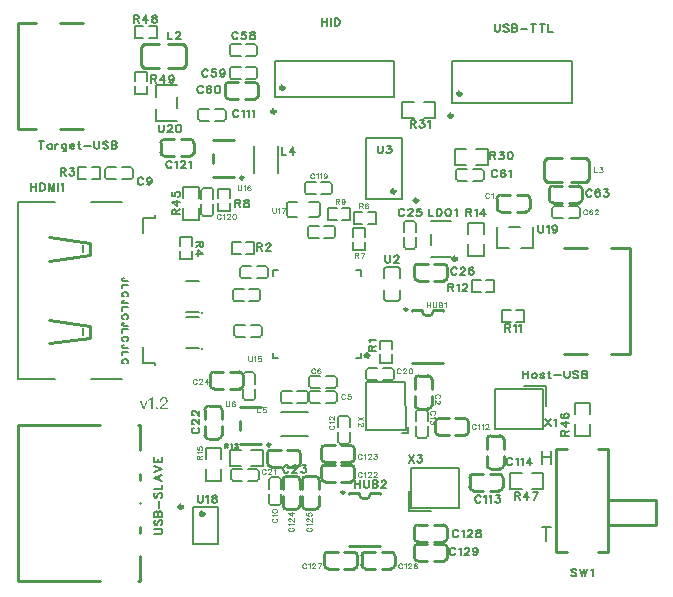
<source format=gto>
G04 Layer: TopSilkscreenLayer*
G04 EasyEDA Pro v2.1.63, 2024-06-10 19:20:29*
G04 Gerber Generator version 0.3*
G04 Scale: 100 percent, Rotated: No, Reflected: No*
G04 Dimensions in millimeters*
G04 Leading zeros omitted, absolute positions, 3 integers and 5 decimals*
%FSLAX35Y35*%
%MOMM*%
%ADD10C,0.203*%
%ADD11C,0.1524*%
%ADD12C,0.1016*%
%ADD13C,0.254*%
%ADD14C,0.2*%
%ADD15C,0.3*%
%ADD16C,0.20066*%
%ADD17C,0.1505*%
%ADD18C,0.15199*%
G75*


G04 Text Start*
G54D10*
G01X880110Y-2321052D02*
G01X840232Y-2321052D01*
G01X832612Y-2318512D01*
G01X830072Y-2315972D01*
G01X827786Y-2311146D01*
G01Y-2306066D01*
G01X830072Y-2301240D01*
G01X832612Y-2298700D01*
G01X840232Y-2296160D01*
G01X845058D01*
G01X880110Y-2353310D02*
G01X827786Y-2353310D01*
G01X827786Y-2353310D02*
G01X827786Y-2383282D01*
G01X867410Y-2452878D02*
G01X872490Y-2450338D01*
G01X877570Y-2445512D01*
G01X880110Y-2440432D01*
G01Y-2430526D01*
G01X877570Y-2425446D01*
G01X872490Y-2420620D01*
G01X867410Y-2418080D01*
G01X860044Y-2415540D01*
G01X847598D01*
G01X840232Y-2418080D01*
G01X835152Y-2420620D01*
G01X830072Y-2425446D01*
G01X827786Y-2430526D01*
G01Y-2440432D01*
G01X830072Y-2445512D01*
G01X835152Y-2450338D01*
G01X840232Y-2452878D01*
G01X880110Y-2510028D02*
G01X840232Y-2510028D01*
G01X832612Y-2507488D01*
G01X830072Y-2504948D01*
G01X827786Y-2500122D01*
G01Y-2495042D01*
G01X830072Y-2490216D01*
G01X832612Y-2487676D01*
G01X840232Y-2485136D01*
G01X845058D01*
G01X880110Y-2542286D02*
G01X827786Y-2542286D01*
G01X827786Y-2542286D02*
G01X827786Y-2572258D01*
G01X867410Y-2641854D02*
G01X872490Y-2639314D01*
G01X877570Y-2634488D01*
G01X880110Y-2629408D01*
G01Y-2619502D01*
G01X877570Y-2614422D01*
G01X872490Y-2609596D01*
G01X867410Y-2607056D01*
G01X860044Y-2604516D01*
G01X847598D01*
G01X840232Y-2607056D01*
G01X835152Y-2609596D01*
G01X830072Y-2614422D01*
G01X827786Y-2619502D01*
G01Y-2629408D01*
G01X830072Y-2634488D01*
G01X835152Y-2639314D01*
G01X840232Y-2641854D01*
G01X880110Y-2699004D02*
G01X840232Y-2699004D01*
G01X832612Y-2696464D01*
G01X830072Y-2693924D01*
G01X827786Y-2689098D01*
G01Y-2684018D01*
G01X830072Y-2679192D01*
G01X832612Y-2676652D01*
G01X840232Y-2674112D01*
G01X845058D01*
G01X880110Y-2731262D02*
G01X827786Y-2731262D01*
G01X827786Y-2731262D02*
G01X827786Y-2761234D01*
G01X867410Y-2830830D02*
G01X872490Y-2828290D01*
G01X877570Y-2823464D01*
G01X880110Y-2818384D01*
G01Y-2808478D01*
G01X877570Y-2803398D01*
G01X872490Y-2798572D01*
G01X867410Y-2796032D01*
G01X860044Y-2793492D01*
G01X847598D01*
G01X840232Y-2796032D01*
G01X835152Y-2798572D01*
G01X830072Y-2803398D01*
G01X827786Y-2808478D01*
G01Y-2818384D01*
G01X830072Y-2823464D01*
G01X835152Y-2828290D01*
G01X840232Y-2830830D01*
G01X880110Y-2887980D02*
G01X840232Y-2887980D01*
G01X832612Y-2885440D01*
G01X830072Y-2882900D01*
G01X827786Y-2878074D01*
G01Y-2872994D01*
G01X830072Y-2868168D01*
G01X832612Y-2865628D01*
G01X840232Y-2863088D01*
G01X845058D01*
G01X880110Y-2920238D02*
G01X827786Y-2920238D01*
G01X827786Y-2920238D02*
G01X827786Y-2950210D01*
G01X867410Y-3019806D02*
G01X872490Y-3017266D01*
G01X877570Y-3012440D01*
G01X880110Y-3007360D01*
G01Y-2997454D01*
G01X877570Y-2992374D01*
G01X872490Y-2987548D01*
G01X867410Y-2985008D01*
G01X860044Y-2982468D01*
G01X847598D01*
G01X840232Y-2985008D01*
G01X835152Y-2987548D01*
G01X830072Y-2992374D01*
G01X827786Y-2997454D01*
G01Y-3007360D01*
G01X830072Y-3012440D01*
G01X835152Y-3017266D01*
G01X840232Y-3019806D01*
G01X4378960Y-3756914D02*
G01X4378960Y-3874770D01*
G01X4457446Y-3756914D02*
G01X4457446Y-3874770D01*
G01X4378960Y-3813048D02*
G01X4457446Y-3813048D01*
G01X4419732Y-4403014D02*
G01X4419732Y-4520870D01*
G01X4380362Y-4403014D02*
G01X4458848Y-4403014D01*
G36*
G01X1147173Y-3406461D02*
G01X1180264Y-3406885D01*
G01X1204870Y-3406726D01*
G01X1213354Y-3406248D01*
G01X1213779Y-3401158D01*
G01Y-3396703D01*
G01X1212718Y-3396491D01*
G01X1186627Y-3396279D01*
G01X1167854Y-3396067D01*
G01X1161597Y-3395430D01*
G01X1162233Y-3393521D01*
G01X1163294Y-3391612D01*
G01X1164355Y-3389915D01*
G01X1165415Y-3388430D01*
G01X1167112Y-3386309D01*
G01X1169233Y-3384188D01*
G01X1173688Y-3380370D01*
G01X1175173Y-3379309D01*
G01X1177294Y-3377612D01*
G01X1180264Y-3375491D01*
G01X1181324Y-3374642D01*
G01X1183870Y-3372946D01*
G01X1185355Y-3371885D01*
G01X1187264Y-3370612D01*
G01X1191506Y-3367642D01*
G01X1192991Y-3366582D01*
G01X1196173Y-3364036D01*
G01X1197870Y-3362764D01*
G01X1199354Y-3361279D01*
G01X1201476Y-3359582D01*
G01X1203597Y-3357461D01*
G01X1206142Y-3354279D01*
G01X1207203Y-3352794D01*
G01X1208476Y-3350673D01*
G01X1209536Y-3348976D01*
G01X1210385Y-3347279D01*
G01X1211233Y-3345370D01*
G01X1211870Y-3343673D01*
G01X1212294Y-3342188D01*
G01X1212718Y-3340067D01*
G01X1213142Y-3337521D01*
G01X1213354Y-3333067D01*
G01X1213142Y-3329036D01*
G01X1212718Y-3326703D01*
G01X1212082Y-3324370D01*
G01X1211445Y-3322673D01*
G01X1210809Y-3321188D01*
G01X1209112Y-3318218D01*
G01X1208051Y-3316733D01*
G01X1206779Y-3315248D01*
G01X1205930Y-3314188D01*
G01X1205082Y-3313339D01*
G01X1204021Y-3312491D01*
G01X1202748Y-3311430D01*
G01X1200839Y-3310158D01*
G01X1198718Y-3308885D01*
G01X1195324Y-3307188D01*
G01X1193415Y-3306551D01*
G01X1191930Y-3306127D01*
G01X1190233Y-3305703D01*
G01X1185991Y-3304854D01*
G01X1180900Y-3304642D01*
G01X1176233Y-3304854D01*
G01X1174536Y-3305279D01*
G01X1172203Y-3305703D01*
G01X1170294Y-3306339D01*
G01X1166900Y-3307612D01*
G01X1165203Y-3308461D01*
G01X1163718Y-3309309D01*
G01X1160749Y-3311430D01*
G01X1159688Y-3312279D01*
G01X1156506Y-3315461D01*
G01X1153324Y-3319915D01*
G01X1152264Y-3321824D01*
G01X1151415Y-3323521D01*
G01X1150779Y-3325006D01*
G01X1150142Y-3326703D01*
G01X1149506Y-3328612D01*
G01X1149082Y-3330309D01*
G01X1148658Y-3332430D01*
G01X1147809Y-3337521D01*
G01X1147597Y-3340067D01*
G01X1147809Y-3340968D01*
G01X1148446Y-3341552D01*
G01X1153961Y-3341976D01*
G01X1157567Y-3341764D01*
G01X1159052Y-3341127D01*
G01X1159476Y-3338158D01*
G01X1159688Y-3335400D01*
G01X1160112Y-3333279D01*
G01X1160749Y-3330309D01*
G01X1161597Y-3327976D01*
G01X1162445Y-3326067D01*
G01X1163506Y-3324158D01*
G01X1164779Y-3322249D01*
G01X1166052Y-3320764D01*
G01X1168173Y-3318642D01*
G01X1169445Y-3317794D01*
G01X1171142Y-3316733D01*
G01X1173264Y-3315885D01*
G01X1176658Y-3315036D01*
G01X1182173Y-3314824D01*
G01X1187264Y-3315036D01*
G01X1188748Y-3315461D01*
G01X1192142Y-3316733D01*
G01X1193839Y-3317582D01*
G01X1195748Y-3318855D01*
G01X1197233Y-3320127D01*
G01X1198294Y-3321612D01*
G01X1199354Y-3323309D01*
G01X1200203Y-3324794D01*
G01X1200839Y-3326915D01*
G01X1201264Y-3329036D01*
G01X1201688Y-3330733D01*
G01X1201900Y-3334340D01*
G01X1201688Y-3337521D01*
G01X1201051Y-3339643D01*
G01X1200415Y-3341976D01*
G01X1199779Y-3343461D01*
G01X1198930Y-3345158D01*
G01X1197657Y-3347279D01*
G01X1196385Y-3349188D01*
G01X1195324Y-3350461D01*
G01X1190870Y-3354915D01*
G01X1189173Y-3356188D01*
G01X1187688Y-3357249D01*
G01X1184294Y-3359794D01*
G01X1181324Y-3361915D01*
G01X1177930Y-3364461D01*
G01X1176445Y-3365521D01*
G01X1174536Y-3366794D01*
G01X1173052Y-3367855D01*
G01X1171991Y-3368703D01*
G01X1166900Y-3372521D01*
G01X1165415Y-3373794D01*
G01X1164355Y-3374642D01*
G01X1163294Y-3375703D01*
G01X1161173Y-3377400D01*
G01X1157991Y-3380582D01*
G01X1155445Y-3383552D01*
G01X1154597Y-3384612D01*
G01X1153961Y-3385673D01*
G01X1153112Y-3386733D01*
G01X1152264Y-3388006D01*
G01X1151415Y-3389491D01*
G01X1150355Y-3391400D01*
G01X1149506Y-3393309D01*
G01X1149082Y-3394794D01*
G01X1147809Y-3398612D01*
G01X1147385Y-3401158D01*
G01X1147173Y-3403915D01*
G01X1146961Y-3405400D01*
G01X1147173Y-3406461D01*
G37*
G36*
G01X1005688Y-3406461D02*
G01X1011203Y-3406885D01*
G01X1015286Y-3406726D01*
G01X1016930Y-3406248D01*
G01X1017779Y-3404551D01*
G01X1018627Y-3402218D01*
G01X1021173Y-3395855D01*
G01X1022446Y-3392461D01*
G01X1023294Y-3390339D01*
G01X1024142Y-3387794D01*
G01X1024991Y-3385673D01*
G01X1025627Y-3383764D01*
G01X1027536Y-3378673D01*
G01X1029445Y-3374218D01*
G01X1030082Y-3372521D01*
G01X1031355Y-3368703D01*
G01X1032203Y-3366582D01*
G01X1033900Y-3361915D01*
G01X1034749Y-3359794D01*
G01X1036658Y-3354703D01*
G01X1037930Y-3351733D01*
G01X1038567Y-3350036D01*
G01X1039415Y-3347915D01*
G01X1041112Y-3342824D01*
G01X1041961Y-3340703D01*
G01X1043233Y-3337309D01*
G01X1044082Y-3335400D01*
G01X1044506Y-3334340D01*
G01X1032203D01*
G01X1030930Y-3338158D01*
G01X1030082Y-3340279D01*
G01X1029445Y-3342188D01*
G01X1026900Y-3348976D01*
G01X1026264Y-3350885D01*
G01X1024991Y-3354279D01*
G01X1021809Y-3363824D01*
G01X1017991Y-3374006D01*
G01X1016082Y-3379733D01*
G01X1015233Y-3381855D01*
G01X1012688Y-3389491D01*
G01X1011839Y-3391188D01*
G01X1011415Y-3391347D01*
G01X1010991Y-3390976D01*
G01X1010143Y-3389067D01*
G01X1007597Y-3381430D01*
G01X1006749Y-3379309D01*
G01X1004203Y-3371673D01*
G01X1003355Y-3369552D01*
G01X1001658Y-3364885D01*
G01X1000809Y-3362764D01*
G01X997627Y-3353218D01*
G01X996355Y-3349824D01*
G01X995718Y-3347915D01*
G01X993173Y-3341127D01*
G01X991900Y-3337309D01*
G01X991052Y-3335400D01*
G01X990627Y-3334340D01*
G01X978324D01*
G01X978748Y-3335400D01*
G01X979597Y-3337733D01*
G01X980445Y-3339855D01*
G01X981718Y-3343249D01*
G01X982991Y-3347067D01*
G01X984900Y-3352158D01*
G01X985536Y-3353643D01*
G01X986385Y-3355552D01*
G01X989779Y-3364885D01*
G01X990627Y-3367006D01*
G01X991900Y-3370400D01*
G01X992536Y-3372309D01*
G01X993173Y-3374006D01*
G01X993809Y-3375491D01*
G01X994446Y-3377188D01*
G01X996143Y-3381430D01*
G01X997415Y-3384824D01*
G01X998688Y-3388642D01*
G01X999536Y-3390764D01*
G01X1001233Y-3395430D01*
G01X1003779Y-3401794D01*
G01X1005052Y-3405188D01*
G01X1005688Y-3406461D01*
G37*
G36*
G01X1075051Y-3406461D02*
G01X1080567Y-3406885D01*
G01X1084491Y-3406726D01*
G01X1086082Y-3406248D01*
G01X1086506Y-3356400D01*
G01Y-3307188D01*
G01X1085445Y-3306976D01*
G01X1080779Y-3306764D01*
G01X1077968Y-3306923D01*
G01X1076748Y-3307400D01*
G01X1072506Y-3311642D01*
G01X1071445Y-3312491D01*
G01X1070385Y-3313127D01*
G01X1069324Y-3313976D01*
G01X1067627Y-3315248D01*
G01X1065718Y-3316521D01*
G01X1064233Y-3317370D01*
G01X1062536Y-3318430D01*
G01X1060627Y-3319279D01*
G01X1056173Y-3321188D01*
G01X1052355Y-3322461D01*
G01X1051506Y-3323521D01*
G01X1051294Y-3329249D01*
G01Y-3334340D01*
G01X1052779Y-3334127D01*
G01X1054900Y-3333491D01*
G01X1058718Y-3331794D01*
G01X1060203Y-3331158D01*
G01X1061476Y-3330521D01*
G01X1062536Y-3329885D01*
G01X1063809Y-3329249D01*
G01X1065294Y-3328400D01*
G01X1067203Y-3327127D01*
G01X1069324Y-3325643D01*
G01X1070809Y-3324370D01*
G01X1072082Y-3323309D01*
G01X1074627Y-3322036D01*
G01Y-3364036D01*
G01X1075051Y-3406461D01*
G37*
G36*
G01X1117264Y-3406885D02*
G01X1119597Y-3407309D01*
G01X1121506Y-3407097D01*
G01X1122991Y-3406673D01*
G01X1124264Y-3406036D01*
G01X1125324Y-3405188D01*
G01X1126597Y-3403703D01*
G01X1127658Y-3401582D01*
G01X1128082Y-3398188D01*
G01X1127658Y-3395218D01*
G01X1126597Y-3393521D01*
G01X1125112Y-3392036D01*
G01X1123627Y-3391188D01*
G01X1121506Y-3390339D01*
G01X1119173Y-3389915D01*
G01X1117688Y-3390127D01*
G01X1115991Y-3390764D01*
G01X1114506Y-3391824D01*
G01X1113445Y-3392885D01*
G01X1112597Y-3394158D01*
G01X1111961Y-3395642D01*
G01X1111536Y-3397127D01*
G01X1111324Y-3398612D01*
G01Y-3399885D01*
G01X1111748Y-3401582D01*
G01X1112385Y-3403067D01*
G01X1113233Y-3404127D01*
G01X1114294Y-3405188D01*
G01X1115567Y-3406036D01*
G01X1117264Y-3406885D01*
G37*
G54D11*
G01X2522220Y-96266D02*
G01X2522220Y-161290D01*
G01X2565654Y-96266D02*
G01X2565654Y-161290D01*
G01X2522220Y-127254D02*
G01X2565654Y-127254D01*
G01X2595880Y-96266D02*
G01X2595880Y-161290D01*
G01X2626106Y-96266D02*
G01X2626106Y-161290D01*
G01X2626106Y-96266D02*
G01X2647696Y-96266D01*
G01X2656840Y-99314D01*
G01X2663190Y-105410D01*
G01X2666238Y-111760D01*
G01X2669286Y-120904D01*
G01Y-136398D01*
G01X2666238Y-145796D01*
G01X2663190Y-151892D01*
G01X2656840Y-158242D01*
G01X2647696Y-161290D01*
G01X2626106D01*
G01X3982720Y-147066D02*
G01X3982720Y-193548D01*
G01X3985768Y-202692D01*
G01X3992118Y-209042D01*
G01X4001262Y-212090D01*
G01X4007612D01*
G01X4016756Y-209042D01*
G01X4022852Y-202692D01*
G01X4026154Y-193548D01*
G01Y-147066D01*
G01X4099560Y-156210D02*
G01X4093464Y-150114D01*
G01X4084066Y-147066D01*
G01X4071620D01*
G01X4062476Y-150114D01*
G01X4056380Y-156210D01*
G01Y-162560D01*
G01X4059428Y-168656D01*
G01X4062476Y-171704D01*
G01X4068572Y-174752D01*
G01X4087114Y-181102D01*
G01X4093464Y-184150D01*
G01X4096512Y-187198D01*
G01X4099560Y-193548D01*
G01Y-202692D01*
G01X4093464Y-209042D01*
G01X4084066Y-212090D01*
G01X4071620D01*
G01X4062476Y-209042D01*
G01X4056380Y-202692D01*
G01X4129786Y-147066D02*
G01X4129786Y-212090D01*
G01X4129786Y-147066D02*
G01X4157472Y-147066D01*
G01X4166870Y-150114D01*
G01X4169918Y-153162D01*
G01X4172966Y-159512D01*
G01Y-165608D01*
G01X4169918Y-171704D01*
G01X4166870Y-174752D01*
G01X4157472Y-178054D01*
G01X4129786Y-178054D02*
G01X4157472Y-178054D01*
G01X4166870Y-181102D01*
G01X4169918Y-184150D01*
G01X4172966Y-190246D01*
G01Y-199644D01*
G01X4169918Y-205740D01*
G01X4166870Y-209042D01*
G01X4157472Y-212090D01*
G01X4129786D01*
G01X4203192Y-184150D02*
G01X4258818Y-184150D01*
G01X4310634Y-147066D02*
G01X4310634Y-212090D01*
G01X4289044Y-147066D02*
G01X4332224Y-147066D01*
G01X4384040Y-147066D02*
G01X4384040Y-212090D01*
G01X4362450Y-147066D02*
G01X4405630Y-147066D01*
G01X4435856Y-147066D02*
G01X4435856Y-212090D01*
G01X4435856Y-212090D02*
G01X4472940Y-212090D01*
G01X3944620Y-1226566D02*
G01X3944620Y-1291590D01*
G01X3944620Y-1226566D02*
G01X3972560Y-1226566D01*
G01X3981704Y-1229614D01*
G01X3984752Y-1232662D01*
G01X3988054Y-1239012D01*
G01Y-1245108D01*
G01X3984752Y-1251204D01*
G01X3981704Y-1254252D01*
G01X3972560Y-1257554D01*
G01X3944620D01*
G01X3966210Y-1257554D02*
G01X3988054Y-1291590D01*
G01X4024376Y-1226566D02*
G01X4058412Y-1226566D01*
G01X4039870Y-1251204D01*
G01X4049014D01*
G01X4055364Y-1254252D01*
G01X4058412Y-1257554D01*
G01X4061460Y-1266698D01*
G01Y-1273048D01*
G01X4058412Y-1282192D01*
G01X4052316Y-1288542D01*
G01X4042918Y-1291590D01*
G01X4033520D01*
G01X4024376Y-1288542D01*
G01X4021328Y-1285240D01*
G01X4018280Y-1279144D01*
G01X4110228Y-1226566D02*
G01X4100830Y-1229614D01*
G01X4094734Y-1239012D01*
G01X4091686Y-1254252D01*
G01Y-1263650D01*
G01X4094734Y-1279144D01*
G01X4100830Y-1288542D01*
G01X4110228Y-1291590D01*
G01X4116324D01*
G01X4125722Y-1288542D01*
G01X4131818Y-1279144D01*
G01X4134866Y-1263650D01*
G01Y-1254252D01*
G01X4131818Y-1239012D01*
G01X4125722Y-1229614D01*
G01X4116324Y-1226566D01*
G01X4110228D01*
G01X3271520Y-959866D02*
G01X3271520Y-1024890D01*
G01X3271520Y-959866D02*
G01X3299460Y-959866D01*
G01X3308604Y-962914D01*
G01X3311652Y-965962D01*
G01X3314954Y-972312D01*
G01Y-978408D01*
G01X3311652Y-984504D01*
G01X3308604Y-987552D01*
G01X3299460Y-990854D01*
G01X3271520D01*
G01X3293110Y-990854D02*
G01X3314954Y-1024890D01*
G01X3351276Y-959866D02*
G01X3385312Y-959866D01*
G01X3366770Y-984504D01*
G01X3375914D01*
G01X3382264Y-987552D01*
G01X3385312Y-990854D01*
G01X3388360Y-999998D01*
G01Y-1006348D01*
G01X3385312Y-1015492D01*
G01X3379216Y-1021842D01*
G01X3369818Y-1024890D01*
G01X3360420D01*
G01X3351276Y-1021842D01*
G01X3348228Y-1018540D01*
G01X3345180Y-1012444D01*
G01X3418586Y-972312D02*
G01X3424682Y-969010D01*
G01X3433826Y-959866D01*
G01Y-1024890D01*
G01X1214120Y-210566D02*
G01X1214120Y-275590D01*
G01X1214120Y-275590D02*
G01X1251204Y-275590D01*
G01X1284478Y-226060D02*
G01X1284478Y-223012D01*
G01X1287526Y-216662D01*
G01X1290574Y-213614D01*
G01X1296670Y-210566D01*
G01X1309116D01*
G01X1315466Y-213614D01*
G01X1318514Y-216662D01*
G01X1321562Y-223012D01*
G01Y-229108D01*
G01X1318514Y-235204D01*
G01X1312164Y-244602D01*
G01X1281430Y-275590D01*
G01X1324610D01*
G54D12*
G01X4823206Y-1359662D02*
G01X4823206Y-1402842D01*
G01X4823206Y-1402842D02*
G01X4848098Y-1402842D01*
G01X4872228Y-1359662D02*
G01X4895088Y-1359662D01*
G01X4882642Y-1376172D01*
G01X4888738D01*
G01X4893056Y-1378204D01*
G01X4895088Y-1380236D01*
G01X4897120Y-1386332D01*
G01Y-1390396D01*
G01X4895088Y-1396746D01*
G01X4890770Y-1400810D01*
G01X4884674Y-1402842D01*
G01X4878578D01*
G01X4872228Y-1400810D01*
G01X4870196Y-1398778D01*
G01X4868164Y-1394714D01*
G54D11*
G01X1552702Y-543560D02*
G01X1549654Y-537210D01*
G01X1543304Y-531114D01*
G01X1537208Y-528066D01*
G01X1524762D01*
G01X1518666Y-531114D01*
G01X1512316Y-537210D01*
G01X1509268Y-543560D01*
G01X1506220Y-552704D01*
G01Y-568198D01*
G01X1509268Y-577596D01*
G01X1512316Y-583692D01*
G01X1518666Y-590042D01*
G01X1524762Y-593090D01*
G01X1537208D01*
G01X1543304Y-590042D01*
G01X1549654Y-583692D01*
G01X1552702Y-577596D01*
G01X1620012Y-528066D02*
G01X1589024Y-528066D01*
G01X1585976Y-555752D01*
G01X1589024Y-552704D01*
G01X1598168Y-549656D01*
G01X1607566D01*
G01X1616964Y-552704D01*
G01X1623060Y-559054D01*
G01X1626108Y-568198D01*
G01Y-574548D01*
G01X1623060Y-583692D01*
G01X1616964Y-590042D01*
G01X1607566Y-593090D01*
G01X1598168D01*
G01X1589024Y-590042D01*
G01X1585976Y-586740D01*
G01X1582928Y-580644D01*
G01X1696466Y-549656D02*
G01X1693418Y-559054D01*
G01X1687068Y-565150D01*
G01X1677924Y-568198D01*
G01X1674876D01*
G01X1665478Y-565150D01*
G01X1659382Y-559054D01*
G01X1656334Y-549656D01*
G01Y-546608D01*
G01X1659382Y-537210D01*
G01X1665478Y-531114D01*
G01X1674876Y-528066D01*
G01X1677924D01*
G01X1687068Y-531114D01*
G01X1693418Y-537210D01*
G01X1696466Y-549656D01*
G01Y-565150D01*
G01X1693418Y-580644D01*
G01X1687068Y-590042D01*
G01X1677924Y-593090D01*
G01X1671574D01*
G01X1662430Y-590042D01*
G01X1659382Y-583692D01*
G01X4003802Y-1394460D02*
G01X4000754Y-1388110D01*
G01X3994404Y-1382014D01*
G01X3988308Y-1378966D01*
G01X3975862D01*
G01X3969766Y-1382014D01*
G01X3963416Y-1388110D01*
G01X3960368Y-1394460D01*
G01X3957320Y-1403604D01*
G01Y-1419098D01*
G01X3960368Y-1428496D01*
G01X3963416Y-1434592D01*
G01X3969766Y-1440942D01*
G01X3975862Y-1443990D01*
G01X3988308D01*
G01X3994404Y-1440942D01*
G01X4000754Y-1434592D01*
G01X4003802Y-1428496D01*
G01X4071112Y-1388110D02*
G01X4068064Y-1382014D01*
G01X4058666Y-1378966D01*
G01X4052570D01*
G01X4043172Y-1382014D01*
G01X4037076Y-1391412D01*
G01X4034028Y-1406652D01*
G01Y-1422146D01*
G01X4037076Y-1434592D01*
G01X4043172Y-1440942D01*
G01X4052570Y-1443990D01*
G01X4055618D01*
G01X4064762Y-1440942D01*
G01X4071112Y-1434592D01*
G01X4074160Y-1425448D01*
G01Y-1422146D01*
G01X4071112Y-1413002D01*
G01X4064762Y-1406652D01*
G01X4055618Y-1403604D01*
G01X4052570D01*
G01X4043172Y-1406652D01*
G01X4037076Y-1413002D01*
G01X4034028Y-1422146D01*
G01X4104386Y-1391412D02*
G01X4110482Y-1388110D01*
G01X4119626Y-1378966D01*
G01Y-1443990D01*
G54D12*
G01X4763008Y-1725422D02*
G01X4760976Y-1721358D01*
G01X4756912Y-1717294D01*
G01X4752594Y-1715262D01*
G01X4744466D01*
G01X4740402Y-1717294D01*
G01X4736084Y-1721358D01*
G01X4734052Y-1725422D01*
G01X4732020Y-1731772D01*
G01Y-1741932D01*
G01X4734052Y-1748282D01*
G01X4736084Y-1752346D01*
G01X4740402Y-1756410D01*
G01X4744466Y-1758442D01*
G01X4752594D01*
G01X4756912Y-1756410D01*
G01X4760976Y-1752346D01*
G01X4763008Y-1748282D01*
G01X4807966Y-1721358D02*
G01X4805680Y-1717294D01*
G01X4799584Y-1715262D01*
G01X4795520D01*
G01X4789170Y-1717294D01*
G01X4785106Y-1723390D01*
G01X4783074Y-1733804D01*
G01Y-1743964D01*
G01X4785106Y-1752346D01*
G01X4789170Y-1756410D01*
G01X4795520Y-1758442D01*
G01X4797552D01*
G01X4803648Y-1756410D01*
G01X4807966Y-1752346D01*
G01X4809998Y-1745996D01*
G01Y-1743964D01*
G01X4807966Y-1737868D01*
G01X4803648Y-1733804D01*
G01X4797552Y-1731772D01*
G01X4795520D01*
G01X4789170Y-1733804D01*
G01X4785106Y-1737868D01*
G01X4783074Y-1743964D01*
G01X4832096Y-1725422D02*
G01X4832096Y-1723390D01*
G01X4834128Y-1719326D01*
G01X4836160Y-1717294D01*
G01X4840478Y-1715262D01*
G01X4848606D01*
G01X4852670Y-1717294D01*
G01X4854956Y-1719326D01*
G01X4856988Y-1723390D01*
G01Y-1727454D01*
G01X4854956Y-1731772D01*
G01X4850638Y-1737868D01*
G01X4830064Y-1758442D01*
G01X4859020D01*
G54D11*
G01X1811782Y-886460D02*
G01X1808734Y-880110D01*
G01X1802384Y-874014D01*
G01X1796288Y-870966D01*
G01X1783842D01*
G01X1777746Y-874014D01*
G01X1771396Y-880110D01*
G01X1768348Y-886460D01*
G01X1765300Y-895604D01*
G01Y-911098D01*
G01X1768348Y-920496D01*
G01X1771396Y-926592D01*
G01X1777746Y-932942D01*
G01X1783842Y-935990D01*
G01X1796288D01*
G01X1802384Y-932942D01*
G01X1808734Y-926592D01*
G01X1811782Y-920496D01*
G01X1842008Y-883412D02*
G01X1848104Y-880110D01*
G01X1857248Y-870966D01*
G01Y-935990D01*
G01X1887474Y-883412D02*
G01X1893570Y-880110D01*
G01X1902714Y-870966D01*
G01Y-935990D01*
G01X1932940Y-883412D02*
G01X1939036Y-880110D01*
G01X1948180Y-870966D01*
G01Y-935990D01*
G54D12*
G01X3934968Y-1585722D02*
G01X3932936Y-1581658D01*
G01X3928872Y-1577594D01*
G01X3924554Y-1575562D01*
G01X3916426D01*
G01X3912362Y-1577594D01*
G01X3908044Y-1581658D01*
G01X3906012Y-1585722D01*
G01X3903980Y-1592072D01*
G01Y-1602232D01*
G01X3906012Y-1608582D01*
G01X3908044Y-1612646D01*
G01X3912362Y-1616710D01*
G01X3916426Y-1618742D01*
G01X3924554D01*
G01X3928872Y-1616710D01*
G01X3932936Y-1612646D01*
G01X3934968Y-1608582D01*
G01X3955034Y-1583690D02*
G01X3959098Y-1581658D01*
G01X3965448Y-1575562D01*
G01Y-1618742D01*
G01X3408680Y-2502662D02*
G01X3408680Y-2545842D01*
G01X3437636Y-2502662D02*
G01X3437636Y-2545842D01*
G01X3408680Y-2523236D02*
G01X3437636Y-2523236D01*
G01X3457702Y-2502662D02*
G01X3457702Y-2533396D01*
G01X3459734Y-2539746D01*
G01X3463798Y-2543810D01*
G01X3470148Y-2545842D01*
G01X3474212D01*
G01X3480308Y-2543810D01*
G01X3484626Y-2539746D01*
G01X3486658Y-2533396D01*
G01Y-2502662D01*
G01X3506724Y-2502662D02*
G01X3506724Y-2545842D01*
G01X3506724Y-2502662D02*
G01X3525266Y-2502662D01*
G01X3531616Y-2504694D01*
G01X3533648Y-2506726D01*
G01X3535680Y-2510790D01*
G01Y-2514854D01*
G01X3533648Y-2519172D01*
G01X3531616Y-2521204D01*
G01X3525266Y-2523236D01*
G01X3506724Y-2523236D02*
G01X3525266Y-2523236D01*
G01X3531616Y-2525268D01*
G01X3533648Y-2527300D01*
G01X3535680Y-2531364D01*
G01Y-2537714D01*
G01X3533648Y-2541778D01*
G01X3531616Y-2543810D01*
G01X3525266Y-2545842D01*
G01X3506724D01*
G01X3555746Y-2510790D02*
G01X3559810Y-2508758D01*
G01X3566160Y-2502662D01*
G01Y-2545842D01*
G01X3820668Y-3541522D02*
G01X3818636Y-3537458D01*
G01X3814572Y-3533394D01*
G01X3810254Y-3531362D01*
G01X3802126D01*
G01X3798062Y-3533394D01*
G01X3793744Y-3537458D01*
G01X3791712Y-3541522D01*
G01X3789680Y-3547872D01*
G01Y-3558032D01*
G01X3791712Y-3564382D01*
G01X3793744Y-3568446D01*
G01X3798062Y-3572510D01*
G01X3802126Y-3574542D01*
G01X3810254D01*
G01X3814572Y-3572510D01*
G01X3818636Y-3568446D01*
G01X3820668Y-3564382D01*
G01X3840734Y-3539490D02*
G01X3844798Y-3537458D01*
G01X3851148Y-3531362D01*
G01Y-3574542D01*
G01X3871214Y-3539490D02*
G01X3875278Y-3537458D01*
G01X3881628Y-3531362D01*
G01Y-3574542D01*
G01X3903726Y-3541522D02*
G01X3903726Y-3539490D01*
G01X3905758Y-3535426D01*
G01X3907790Y-3533394D01*
G01X3912108Y-3531362D01*
G01X3920236D01*
G01X3924300Y-3533394D01*
G01X3926586Y-3535426D01*
G01X3928618Y-3539490D01*
G01Y-3543554D01*
G01X3926586Y-3547872D01*
G01X3922268Y-3553968D01*
G01X3901694Y-3574542D01*
G01X3930650D01*
G01X3506978Y-3312668D02*
G01X3511042Y-3310636D01*
G01X3515106Y-3306572D01*
G01X3517138Y-3302254D01*
G01Y-3294126D01*
G01X3515106Y-3290062D01*
G01X3511042Y-3285744D01*
G01X3506978Y-3283712D01*
G01X3500628Y-3281680D01*
G01X3490468D01*
G01X3484118Y-3283712D01*
G01X3480054Y-3285744D01*
G01X3475990Y-3290062D01*
G01X3473958Y-3294126D01*
G01Y-3302254D01*
G01X3475990Y-3306572D01*
G01X3480054Y-3310636D01*
G01X3484118Y-3312668D01*
G01X3506978Y-3334766D02*
G01X3509010Y-3334766D01*
G01X3513074Y-3336798D01*
G01X3515106Y-3338830D01*
G01X3517138Y-3343148D01*
G01Y-3351276D01*
G01X3515106Y-3355340D01*
G01X3513074Y-3357626D01*
G01X3509010Y-3359658D01*
G01X3504946D01*
G01X3500628Y-3357626D01*
G01X3494532Y-3353308D01*
G01X3473958Y-3332734D01*
G01Y-3361690D01*
G54D11*
G01X3864102Y-4150360D02*
G01X3861054Y-4144010D01*
G01X3854704Y-4137914D01*
G01X3848608Y-4134866D01*
G01X3836162D01*
G01X3830066Y-4137914D01*
G01X3823716Y-4144010D01*
G01X3820668Y-4150360D01*
G01X3817620Y-4159504D01*
G01Y-4174998D01*
G01X3820668Y-4184396D01*
G01X3823716Y-4190492D01*
G01X3830066Y-4196842D01*
G01X3836162Y-4199890D01*
G01X3848608D01*
G01X3854704Y-4196842D01*
G01X3861054Y-4190492D01*
G01X3864102Y-4184396D01*
G01X3894328Y-4147312D02*
G01X3900424Y-4144010D01*
G01X3909568Y-4134866D01*
G01Y-4199890D01*
G01X3939794Y-4147312D02*
G01X3945890Y-4144010D01*
G01X3955034Y-4134866D01*
G01Y-4199890D01*
G01X3991356Y-4134866D02*
G01X4025392Y-4134866D01*
G01X4006850Y-4159504D01*
G01X4015994D01*
G01X4022344Y-4162552D01*
G01X4025392Y-4165854D01*
G01X4028440Y-4174998D01*
G01Y-4181348D01*
G01X4025392Y-4190492D01*
G01X4019296Y-4196842D01*
G01X4009898Y-4199890D01*
G01X4000500D01*
G01X3991356Y-4196842D01*
G01X3988308Y-4193540D01*
G01X3985260Y-4187444D01*
G01X4130802Y-3832860D02*
G01X4127754Y-3826510D01*
G01X4121404Y-3820414D01*
G01X4115308Y-3817366D01*
G01X4102862D01*
G01X4096766Y-3820414D01*
G01X4090416Y-3826510D01*
G01X4087368Y-3832860D01*
G01X4084320Y-3842004D01*
G01Y-3857498D01*
G01X4087368Y-3866896D01*
G01X4090416Y-3872992D01*
G01X4096766Y-3879342D01*
G01X4102862Y-3882390D01*
G01X4115308D01*
G01X4121404Y-3879342D01*
G01X4127754Y-3872992D01*
G01X4130802Y-3866896D01*
G01X4161028Y-3829812D02*
G01X4167124Y-3826510D01*
G01X4176268Y-3817366D01*
G01Y-3882390D01*
G01X4206494Y-3829812D02*
G01X4212590Y-3826510D01*
G01X4221734Y-3817366D01*
G01Y-3882390D01*
G01X4282694Y-3817366D02*
G01X4251960Y-3860546D01*
G01X4298188D01*
G01X4282694Y-3817366D02*
G01X4282694Y-3882390D01*
G01X4411980Y-3487166D02*
G01X4455414Y-3552190D01*
G01X4455414Y-3487166D02*
G01X4411980Y-3552190D01*
G01X4485640Y-3499612D02*
G01X4491736Y-3496310D01*
G01X4500880Y-3487166D01*
G01Y-3552190D01*
G01X4071620Y-2687066D02*
G01X4071620Y-2752090D01*
G01X4071620Y-2687066D02*
G01X4099560Y-2687066D01*
G01X4108704Y-2690114D01*
G01X4111752Y-2693162D01*
G01X4115054Y-2699512D01*
G01Y-2705608D01*
G01X4111752Y-2711704D01*
G01X4108704Y-2714752D01*
G01X4099560Y-2718054D01*
G01X4071620D01*
G01X4093210Y-2718054D02*
G01X4115054Y-2752090D01*
G01X4145280Y-2699512D02*
G01X4151376Y-2696210D01*
G01X4160520Y-2687066D01*
G01Y-2752090D01*
G01X4190746Y-2699512D02*
G01X4196842Y-2696210D01*
G01X4205986Y-2687066D01*
G01Y-2752090D01*
G01X3589274Y-2344166D02*
G01X3589274Y-2409190D01*
G01X3589274Y-2344166D02*
G01X3617214Y-2344166D01*
G01X3626358Y-2347214D01*
G01X3629406Y-2350262D01*
G01X3632708Y-2356612D01*
G01Y-2362708D01*
G01X3629406Y-2368804D01*
G01X3626358Y-2371852D01*
G01X3617214Y-2375154D01*
G01X3589274D01*
G01X3610864Y-2375154D02*
G01X3632708Y-2409190D01*
G01X3662934Y-2356612D02*
G01X3669030Y-2353310D01*
G01X3678174Y-2344166D01*
G01Y-2409190D01*
G01X3711448Y-2359660D02*
G01X3711448Y-2356612D01*
G01X3714496Y-2350262D01*
G01X3717544Y-2347214D01*
G01X3723640Y-2344166D01*
G01X3736086D01*
G01X3742436Y-2347214D01*
G01X3745484Y-2350262D01*
G01X3748532Y-2356612D01*
G01Y-2362708D01*
G01X3745484Y-2368804D01*
G01X3739134Y-2378202D01*
G01X3708400Y-2409190D01*
G01X3751580D01*
G54D12*
G01X1897634Y-2959862D02*
G01X1897634Y-2990596D01*
G01X1899666Y-2996946D01*
G01X1903730Y-3001010D01*
G01X1910080Y-3003042D01*
G01X1914144D01*
G01X1920240Y-3001010D01*
G01X1924558Y-2996946D01*
G01X1926590Y-2990596D01*
G01Y-2959862D01*
G01X1946656Y-2967990D02*
G01X1950720Y-2965958D01*
G01X1957070Y-2959862D01*
G01Y-3003042D01*
G01X2002028Y-2959862D02*
G01X1981200Y-2959862D01*
G01X1979168Y-2978404D01*
G01X1981200Y-2976372D01*
G01X1987550Y-2974086D01*
G01X1993646D01*
G01X1999742Y-2976372D01*
G01X2004060Y-2980436D01*
G01X2006092Y-2986532D01*
G01Y-2990596D01*
G01X2004060Y-2996946D01*
G01X1999742Y-3001010D01*
G01X1993646Y-3003042D01*
G01X1987550D01*
G01X1981200Y-3001010D01*
G01X1979168Y-2998978D01*
G01X1977136Y-2994914D01*
G54D11*
G01X58420Y-1493266D02*
G01X58420Y-1558290D01*
G01X101854Y-1493266D02*
G01X101854Y-1558290D01*
G01X58420Y-1524254D02*
G01X101854Y-1524254D01*
G01X132080Y-1493266D02*
G01X132080Y-1558290D01*
G01X132080Y-1493266D02*
G01X153670Y-1493266D01*
G01X162814Y-1496314D01*
G01X169164Y-1502410D01*
G01X172212Y-1508760D01*
G01X175260Y-1517904D01*
G01Y-1533398D01*
G01X172212Y-1542796D01*
G01X169164Y-1548892D01*
G01X162814Y-1555242D01*
G01X153670Y-1558290D01*
G01X132080D01*
G01X205486Y-1493266D02*
G01X205486Y-1558290D01*
G01X205486Y-1493266D02*
G01X230124Y-1558290D01*
G01X255016Y-1493266D02*
G01X230124Y-1558290D01*
G01X255016Y-1493266D02*
G01X255016Y-1558290D01*
G01X285242Y-1493266D02*
G01X285242Y-1558290D01*
G01X315468Y-1505712D02*
G01X321564Y-1502410D01*
G01X330708Y-1493266D01*
G01Y-1558290D01*
G54D12*
G01X2869438Y-3472180D02*
G01X2826258Y-3501136D01*
G01X2869438Y-3501136D02*
G01X2826258Y-3472180D01*
G01X2859278Y-3523234D02*
G01X2861310Y-3523234D01*
G01X2865374Y-3525266D01*
G01X2867406Y-3527298D01*
G01X2869438Y-3531616D01*
G01Y-3539744D01*
G01X2867406Y-3543808D01*
G01X2865374Y-3546094D01*
G01X2861310Y-3548126D01*
G01X2857246D01*
G01X2852928Y-3546094D01*
G01X2846832Y-3541776D01*
G01X2826258Y-3521202D01*
G01Y-3550158D01*
G54D11*
G01X2992120Y-1175766D02*
G01X2992120Y-1222248D01*
G01X2995168Y-1231392D01*
G01X3001518Y-1237742D01*
G01X3010662Y-1240790D01*
G01X3017012D01*
G01X3026156Y-1237742D01*
G01X3032252Y-1231392D01*
G01X3035554Y-1222248D01*
G01Y-1175766D01*
G01X3071876Y-1175766D02*
G01X3105912Y-1175766D01*
G01X3087370Y-1200404D01*
G01X3096514D01*
G01X3102864Y-1203452D01*
G01X3105912Y-1206754D01*
G01X3108960Y-1215898D01*
G01Y-1222248D01*
G01X3105912Y-1231392D01*
G01X3099816Y-1237742D01*
G01X3090418Y-1240790D01*
G01X3081020D01*
G01X3071876Y-1237742D01*
G01X3068828Y-1234440D01*
G01X3065780Y-1228344D01*
G01X1006602Y-1457960D02*
G01X1003554Y-1451610D01*
G01X997204Y-1445514D01*
G01X991108Y-1442466D01*
G01X978662D01*
G01X972566Y-1445514D01*
G01X966216Y-1451610D01*
G01X963168Y-1457960D01*
G01X960120Y-1467104D01*
G01Y-1482598D01*
G01X963168Y-1491996D01*
G01X966216Y-1498092D01*
G01X972566Y-1504442D01*
G01X978662Y-1507490D01*
G01X991108D01*
G01X997204Y-1504442D01*
G01X1003554Y-1498092D01*
G01X1006602Y-1491996D01*
G01X1076960Y-1464056D02*
G01X1073912Y-1473454D01*
G01X1067562Y-1479550D01*
G01X1058418Y-1482598D01*
G01X1055370D01*
G01X1045972Y-1479550D01*
G01X1039876Y-1473454D01*
G01X1036828Y-1464056D01*
G01Y-1461008D01*
G01X1039876Y-1451610D01*
G01X1045972Y-1445514D01*
G01X1055370Y-1442466D01*
G01X1058418D01*
G01X1067562Y-1445514D01*
G01X1073912Y-1451610D01*
G01X1076960Y-1464056D01*
G01Y-1479550D01*
G01X1073912Y-1495044D01*
G01X1067562Y-1504442D01*
G01X1058418Y-1507490D01*
G01X1052068D01*
G01X1042924Y-1504442D01*
G01X1039876Y-1498092D01*
G54D12*
G01X2715768Y-3287522D02*
G01X2713736Y-3283458D01*
G01X2709672Y-3279394D01*
G01X2705354Y-3277362D01*
G01X2697226D01*
G01X2693162Y-3279394D01*
G01X2688844Y-3283458D01*
G01X2686812Y-3287522D01*
G01X2684780Y-3293872D01*
G01Y-3304032D01*
G01X2686812Y-3310382D01*
G01X2688844Y-3314446D01*
G01X2693162Y-3318510D01*
G01X2697226Y-3320542D01*
G01X2705354D01*
G01X2709672Y-3318510D01*
G01X2713736Y-3314446D01*
G01X2715768Y-3310382D01*
G01X2760726Y-3277362D02*
G01X2739898Y-3277362D01*
G01X2737866Y-3295904D01*
G01X2739898Y-3293872D01*
G01X2746248Y-3291586D01*
G01X2752344D01*
G01X2758440Y-3293872D01*
G01X2762758Y-3297936D01*
G01X2764790Y-3304032D01*
G01Y-3308096D01*
G01X2762758Y-3314446D01*
G01X2758440Y-3318510D01*
G01X2752344Y-3320542D01*
G01X2746248D01*
G01X2739898Y-3318510D01*
G01X2737866Y-3316478D01*
G01X2735834Y-3312414D01*
G01X2461768Y-3071622D02*
G01X2459736Y-3067558D01*
G01X2455672Y-3063494D01*
G01X2451354Y-3061462D01*
G01X2443226D01*
G01X2439162Y-3063494D01*
G01X2434844Y-3067558D01*
G01X2432812Y-3071622D01*
G01X2430780Y-3077972D01*
G01Y-3088132D01*
G01X2432812Y-3094482D01*
G01X2434844Y-3098546D01*
G01X2439162Y-3102610D01*
G01X2443226Y-3104642D01*
G01X2451354D01*
G01X2455672Y-3102610D01*
G01X2459736Y-3098546D01*
G01X2461768Y-3094482D01*
G01X2506726Y-3067558D02*
G01X2504440Y-3063494D01*
G01X2498344Y-3061462D01*
G01X2494280D01*
G01X2487930Y-3063494D01*
G01X2483866Y-3069590D01*
G01X2481834Y-3080004D01*
G01Y-3090164D01*
G01X2483866Y-3098546D01*
G01X2487930Y-3102610D01*
G01X2494280Y-3104642D01*
G01X2496312D01*
G01X2502408Y-3102610D01*
G01X2506726Y-3098546D01*
G01X2508758Y-3092196D01*
G01Y-3090164D01*
G01X2506726Y-3084068D01*
G01X2502408Y-3080004D01*
G01X2496312Y-3077972D01*
G01X2494280D01*
G01X2487930Y-3080004D01*
G01X2483866Y-3084068D01*
G01X2481834Y-3090164D01*
G01X2106422Y-4332732D02*
G01X2102358Y-4334764D01*
G01X2098294Y-4338828D01*
G01X2096262Y-4343146D01*
G01Y-4351274D01*
G01X2098294Y-4355338D01*
G01X2102358Y-4359656D01*
G01X2106422Y-4361688D01*
G01X2112772Y-4363720D01*
G01X2122932D01*
G01X2129282Y-4361688D01*
G01X2133346Y-4359656D01*
G01X2137410Y-4355338D01*
G01X2139442Y-4351274D01*
G01Y-4343146D01*
G01X2137410Y-4338828D01*
G01X2133346Y-4334764D01*
G01X2129282Y-4332732D01*
G01X2104390Y-4312666D02*
G01X2102358Y-4308602D01*
G01X2096262Y-4302252D01*
G01X2139442D01*
G01X2096262Y-4269740D02*
G01X2098294Y-4276090D01*
G01X2104390Y-4280154D01*
G01X2114804Y-4282186D01*
G01X2120900D01*
G01X2131314Y-4280154D01*
G01X2137410Y-4276090D01*
G01X2139442Y-4269740D01*
G01Y-4265676D01*
G01X2137410Y-4259580D01*
G01X2131314Y-4255262D01*
G01X2120900Y-4253230D01*
G01X2114804D01*
G01X2104390Y-4255262D01*
G01X2098294Y-4259580D01*
G01X2096262Y-4265676D01*
G01Y-4269740D01*
G01X2589022Y-3545332D02*
G01X2584958Y-3547364D01*
G01X2580894Y-3551428D01*
G01X2578862Y-3555746D01*
G01Y-3563874D01*
G01X2580894Y-3567938D01*
G01X2584958Y-3572256D01*
G01X2589022Y-3574288D01*
G01X2595372Y-3576320D01*
G01X2605532D01*
G01X2611882Y-3574288D01*
G01X2615946Y-3572256D01*
G01X2620010Y-3567938D01*
G01X2622042Y-3563874D01*
G01Y-3555746D01*
G01X2620010Y-3551428D01*
G01X2615946Y-3547364D01*
G01X2611882Y-3545332D01*
G01X2586990Y-3525266D02*
G01X2584958Y-3521202D01*
G01X2578862Y-3514852D01*
G01X2622042D01*
G01X2589022Y-3492754D02*
G01X2586990Y-3492754D01*
G01X2582926Y-3490722D01*
G01X2580894Y-3488690D01*
G01X2578862Y-3484372D01*
G01Y-3476244D01*
G01X2580894Y-3472180D01*
G01X2582926Y-3469894D01*
G01X2586990Y-3467862D01*
G01X2591054D01*
G01X2595372Y-3469894D01*
G01X2601468Y-3474212D01*
G01X2622042Y-3494786D01*
G01Y-3465830D01*
G01X2452370Y-1420622D02*
G01X2450338Y-1416558D01*
G01X2446274Y-1412494D01*
G01X2441956Y-1410462D01*
G01X2433828D01*
G01X2429764Y-1412494D01*
G01X2425446Y-1416558D01*
G01X2423414Y-1420622D01*
G01X2421382Y-1426972D01*
G01Y-1437132D01*
G01X2423414Y-1443482D01*
G01X2425446Y-1447546D01*
G01X2429764Y-1451610D01*
G01X2433828Y-1453642D01*
G01X2441956D01*
G01X2446274Y-1451610D01*
G01X2450338Y-1447546D01*
G01X2452370Y-1443482D01*
G01X2472436Y-1418590D02*
G01X2476500Y-1416558D01*
G01X2482850Y-1410462D01*
G01Y-1453642D01*
G01X2502916Y-1418590D02*
G01X2506980Y-1416558D01*
G01X2513330Y-1410462D01*
G01Y-1453642D01*
G01X2560320Y-1424686D02*
G01X2558288Y-1431036D01*
G01X2553970Y-1435100D01*
G01X2547874Y-1437132D01*
G01X2545842D01*
G01X2539492Y-1435100D01*
G01X2535428Y-1431036D01*
G01X2533396Y-1424686D01*
G01Y-1422654D01*
G01X2535428Y-1416558D01*
G01X2539492Y-1412494D01*
G01X2545842Y-1410462D01*
G01X2547874D01*
G01X2553970Y-1412494D01*
G01X2558288Y-1416558D01*
G01X2560320Y-1424686D01*
G01Y-1435100D01*
G01X2558288Y-1445514D01*
G01X2553970Y-1451610D01*
G01X2547874Y-1453642D01*
G01X2543810D01*
G01X2537460Y-1451610D01*
G01X2535428Y-1447546D01*
G01X3468878Y-3452368D02*
G01X3472942Y-3450336D01*
G01X3477006Y-3446272D01*
G01X3479038Y-3441954D01*
G01Y-3433826D01*
G01X3477006Y-3429762D01*
G01X3472942Y-3425444D01*
G01X3468878Y-3423412D01*
G01X3462528Y-3421380D01*
G01X3452368D01*
G01X3446018Y-3423412D01*
G01X3441954Y-3425444D01*
G01X3437890Y-3429762D01*
G01X3435858Y-3433826D01*
G01Y-3441954D01*
G01X3437890Y-3446272D01*
G01X3441954Y-3450336D01*
G01X3446018Y-3452368D01*
G01X3470910Y-3472434D02*
G01X3472942Y-3476498D01*
G01X3479038Y-3482848D01*
G01X3435858D01*
G01X3479038Y-3506978D02*
G01X3479038Y-3529838D01*
G01X3462528Y-3517392D01*
G01Y-3523488D01*
G01X3460496Y-3527806D01*
G01X3458464Y-3529838D01*
G01X3452368Y-3531870D01*
G01X3448304D01*
G01X3441954Y-3529838D01*
G01X3437890Y-3525520D01*
G01X3435858Y-3519424D01*
G01Y-3513328D01*
G01X3437890Y-3506978D01*
G01X3439922Y-3504946D01*
G01X3443986Y-3502914D01*
G01X3185668Y-3071622D02*
G01X3183636Y-3067558D01*
G01X3179572Y-3063494D01*
G01X3175254Y-3061462D01*
G01X3167126D01*
G01X3163062Y-3063494D01*
G01X3158744Y-3067558D01*
G01X3156712Y-3071622D01*
G01X3154680Y-3077972D01*
G01Y-3088132D01*
G01X3156712Y-3094482D01*
G01X3158744Y-3098546D01*
G01X3163062Y-3102610D01*
G01X3167126Y-3104642D01*
G01X3175254D01*
G01X3179572Y-3102610D01*
G01X3183636Y-3098546D01*
G01X3185668Y-3094482D01*
G01X3207766Y-3071622D02*
G01X3207766Y-3069590D01*
G01X3209798Y-3065526D01*
G01X3211830Y-3063494D01*
G01X3216148Y-3061462D01*
G01X3224276D01*
G01X3228340Y-3063494D01*
G01X3230626Y-3065526D01*
G01X3232658Y-3069590D01*
G01Y-3073654D01*
G01X3230626Y-3077972D01*
G01X3226308Y-3084068D01*
G01X3205734Y-3104642D01*
G01X3234690D01*
G01X3267202Y-3061462D02*
G01X3260852Y-3063494D01*
G01X3256788Y-3069590D01*
G01X3254756Y-3080004D01*
G01Y-3086100D01*
G01X3256788Y-3096514D01*
G01X3260852Y-3102610D01*
G01X3267202Y-3104642D01*
G01X3271266D01*
G01X3277362Y-3102610D01*
G01X3281680Y-3096514D01*
G01X3283712Y-3086100D01*
G01Y-3080004D01*
G01X3281680Y-3069590D01*
G01X3277362Y-3063494D01*
G01X3271266Y-3061462D01*
G01X3267202D01*
G54D11*
G01X1971040Y-2001266D02*
G01X1971040Y-2066290D01*
G01X1971040Y-2001266D02*
G01X1998980Y-2001266D01*
G01X2008124Y-2004314D01*
G01X2011172Y-2007362D01*
G01X2014474Y-2013712D01*
G01Y-2019808D01*
G01X2011172Y-2025904D01*
G01X2008124Y-2028952D01*
G01X1998980Y-2032254D01*
G01X1971040D01*
G01X1992630Y-2032254D02*
G01X2014474Y-2066290D01*
G01X2047748Y-2016760D02*
G01X2047748Y-2013712D01*
G01X2050796Y-2007362D01*
G01X2053844Y-2004314D01*
G01X2059940Y-2001266D01*
G01X2072386D01*
G01X2078736Y-2004314D01*
G01X2081784Y-2007362D01*
G01X2084832Y-2013712D01*
G01Y-2019808D01*
G01X2081784Y-2025904D01*
G01X2075434Y-2035302D01*
G01X2044700Y-2066290D01*
G01X2087880D01*
G01X307340Y-1366266D02*
G01X307340Y-1431290D01*
G01X307340Y-1366266D02*
G01X335280Y-1366266D01*
G01X344424Y-1369314D01*
G01X347472Y-1372362D01*
G01X350774Y-1378712D01*
G01Y-1384808D01*
G01X347472Y-1390904D01*
G01X344424Y-1393952D01*
G01X335280Y-1397254D01*
G01X307340D01*
G01X328930Y-1397254D02*
G01X350774Y-1431290D01*
G01X387096Y-1366266D02*
G01X421132Y-1366266D01*
G01X402590Y-1390904D01*
G01X411734D01*
G01X418084Y-1393952D01*
G01X421132Y-1397254D01*
G01X424180Y-1406398D01*
G01Y-1412748D01*
G01X421132Y-1421892D01*
G01X415036Y-1428242D01*
G01X405638Y-1431290D01*
G01X396240D01*
G01X387096Y-1428242D01*
G01X384048Y-1424940D01*
G01X381000Y-1418844D01*
G01X1516634Y-1988820D02*
G01X1451610Y-1988820D01*
G01X1516634Y-1988820D02*
G01X1516634Y-2016760D01*
G01X1513586Y-2025904D01*
G01X1510538Y-2028952D01*
G01X1504188Y-2032254D01*
G01X1498092D01*
G01X1491996Y-2028952D01*
G01X1488948Y-2025904D01*
G01X1485646Y-2016760D01*
G01Y-1988820D01*
G01X1485646Y-2010410D02*
G01X1451610Y-2032254D01*
G01X1516634Y-2093214D02*
G01X1473454Y-2062480D01*
G01Y-2108708D01*
G01X1516634Y-2093214D02*
G01X1451610Y-2093214D01*
G01X2915666Y-2913380D02*
G01X2980690Y-2913380D01*
G01X2915666Y-2913380D02*
G01X2915666Y-2885440D01*
G01X2918714Y-2876296D01*
G01X2921762Y-2873248D01*
G01X2928112Y-2869946D01*
G01X2934208D01*
G01X2940304Y-2873248D01*
G01X2943352Y-2876296D01*
G01X2946654Y-2885440D01*
G01Y-2913380D01*
G01X2946654Y-2891790D02*
G01X2980690Y-2869946D01*
G01X2928112Y-2839720D02*
G01X2924810Y-2833624D01*
G01X2915666Y-2824480D01*
G01X2980690D01*
G54D12*
G01X2837180Y-1664462D02*
G01X2837180Y-1707642D01*
G01X2837180Y-1664462D02*
G01X2855722Y-1664462D01*
G01X2862072Y-1666494D01*
G01X2864104Y-1668526D01*
G01X2866136Y-1672590D01*
G01Y-1676654D01*
G01X2864104Y-1680972D01*
G01X2862072Y-1683004D01*
G01X2855722Y-1685036D01*
G01X2837180D01*
G01X2851658Y-1685036D02*
G01X2866136Y-1707642D01*
G01X2911094Y-1670558D02*
G01X2908808Y-1666494D01*
G01X2902712Y-1664462D01*
G01X2898648D01*
G01X2892298Y-1666494D01*
G01X2888234Y-1672590D01*
G01X2886202Y-1683004D01*
G01Y-1693164D01*
G01X2888234Y-1701546D01*
G01X2892298Y-1705610D01*
G01X2898648Y-1707642D01*
G01X2900680D01*
G01X2906776Y-1705610D01*
G01X2911094Y-1701546D01*
G01X2913126Y-1695196D01*
G01Y-1693164D01*
G01X2911094Y-1687068D01*
G01X2906776Y-1683004D01*
G01X2900680Y-1680972D01*
G01X2898648D01*
G01X2892298Y-1683004D01*
G01X2888234Y-1687068D01*
G01X2886202Y-1693164D01*
G01X2799080Y-2083562D02*
G01X2799080Y-2126742D01*
G01X2799080Y-2083562D02*
G01X2817622Y-2083562D01*
G01X2823972Y-2085594D01*
G01X2826004Y-2087626D01*
G01X2828036Y-2091690D01*
G01Y-2095754D01*
G01X2826004Y-2100072D01*
G01X2823972Y-2102104D01*
G01X2817622Y-2104136D01*
G01X2799080D01*
G01X2813558Y-2104136D02*
G01X2828036Y-2126742D01*
G01X2877058Y-2083562D02*
G01X2856484Y-2126742D01*
G01X2848102Y-2083562D02*
G01X2877058Y-2083562D01*
G01X2636774Y-1626362D02*
G01X2636774Y-1669542D01*
G01X2636774Y-1626362D02*
G01X2655316Y-1626362D01*
G01X2661666Y-1628394D01*
G01X2663698Y-1630426D01*
G01X2665730Y-1634490D01*
G01Y-1638554D01*
G01X2663698Y-1642872D01*
G01X2661666Y-1644904D01*
G01X2655316Y-1646936D01*
G01X2636774D01*
G01X2651252Y-1646936D02*
G01X2665730Y-1669542D01*
G01X2712720Y-1640586D02*
G01X2710688Y-1646936D01*
G01X2706370Y-1651000D01*
G01X2700274Y-1653032D01*
G01X2698242D01*
G01X2691892Y-1651000D01*
G01X2687828Y-1646936D01*
G01X2685796Y-1640586D01*
G01Y-1638554D01*
G01X2687828Y-1632458D01*
G01X2691892Y-1628394D01*
G01X2698242Y-1626362D01*
G01X2700274D01*
G01X2706370Y-1628394D01*
G01X2710688Y-1632458D01*
G01X2712720Y-1640586D01*
G01Y-1651000D01*
G01X2710688Y-1661414D01*
G01X2706370Y-1667510D01*
G01X2700274Y-1669542D01*
G01X2696210D01*
G01X2689860Y-1667510D01*
G01X2687828Y-1663446D01*
G54D11*
G01X3055620Y-2102866D02*
G01X3055620Y-2149348D01*
G01X3058668Y-2158492D01*
G01X3065018Y-2164842D01*
G01X3074162Y-2167890D01*
G01X3080512D01*
G01X3089656Y-2164842D01*
G01X3095752Y-2158492D01*
G01X3099054Y-2149348D01*
G01Y-2102866D01*
G01X3132328Y-2118360D02*
G01X3132328Y-2115312D01*
G01X3135376Y-2108962D01*
G01X3138424Y-2105914D01*
G01X3144520Y-2102866D01*
G01X3156966D01*
G01X3163316Y-2105914D01*
G01X3166364Y-2108962D01*
G01X3169412Y-2115312D01*
G01Y-2121408D01*
G01X3166364Y-2127504D01*
G01X3160014Y-2136902D01*
G01X3129280Y-2167890D01*
G01X3172460D01*
G54D12*
G01X2042668Y-3922522D02*
G01X2040636Y-3918458D01*
G01X2036572Y-3914394D01*
G01X2032254Y-3912362D01*
G01X2024126D01*
G01X2020062Y-3914394D01*
G01X2015744Y-3918458D01*
G01X2013712Y-3922522D01*
G01X2011680Y-3928872D01*
G01Y-3939032D01*
G01X2013712Y-3945382D01*
G01X2015744Y-3949446D01*
G01X2020062Y-3953510D01*
G01X2024126Y-3955542D01*
G01X2032254D01*
G01X2036572Y-3953510D01*
G01X2040636Y-3949446D01*
G01X2042668Y-3945382D01*
G01X2064766Y-3922522D02*
G01X2064766Y-3920490D01*
G01X2066798Y-3916426D01*
G01X2068830Y-3914394D01*
G01X2073148Y-3912362D01*
G01X2081276D01*
G01X2085340Y-3914394D01*
G01X2087626Y-3916426D01*
G01X2089658Y-3920490D01*
G01Y-3924554D01*
G01X2087626Y-3928872D01*
G01X2083308Y-3934968D01*
G01X2062734Y-3955542D01*
G01X2091690D01*
G01X2111756Y-3920490D02*
G01X2115820Y-3918458D01*
G01X2122170Y-3912362D01*
G01Y-3955542D01*
G01X1661668Y-1763522D02*
G01X1659636Y-1759458D01*
G01X1655572Y-1755394D01*
G01X1651254Y-1753362D01*
G01X1643126D01*
G01X1639062Y-1755394D01*
G01X1634744Y-1759458D01*
G01X1632712Y-1763522D01*
G01X1630680Y-1769872D01*
G01Y-1780032D01*
G01X1632712Y-1786382D01*
G01X1634744Y-1790446D01*
G01X1639062Y-1794510D01*
G01X1643126Y-1796542D01*
G01X1651254D01*
G01X1655572Y-1794510D01*
G01X1659636Y-1790446D01*
G01X1661668Y-1786382D01*
G01X1681734Y-1761490D02*
G01X1685798Y-1759458D01*
G01X1692148Y-1753362D01*
G01Y-1796542D01*
G01X1714246Y-1763522D02*
G01X1714246Y-1761490D01*
G01X1716278Y-1757426D01*
G01X1718310Y-1755394D01*
G01X1722628Y-1753362D01*
G01X1730756D01*
G01X1734820Y-1755394D01*
G01X1737106Y-1757426D01*
G01X1739138Y-1761490D01*
G01Y-1765554D01*
G01X1737106Y-1769872D01*
G01X1732788Y-1775968D01*
G01X1712214Y-1796542D01*
G01X1741170D01*
G01X1773682Y-1753362D02*
G01X1767332Y-1755394D01*
G01X1763268Y-1761490D01*
G01X1761236Y-1771904D01*
G01Y-1778000D01*
G01X1763268Y-1788414D01*
G01X1767332Y-1794510D01*
G01X1773682Y-1796542D01*
G01X1777746D01*
G01X1783842Y-1794510D01*
G01X1788160Y-1788414D01*
G01X1790192Y-1778000D01*
G01Y-1771904D01*
G01X1788160Y-1761490D01*
G01X1783842Y-1755394D01*
G01X1777746Y-1753362D01*
G01X1773682D01*
G54D11*
G01X3216402Y-1724660D02*
G01X3213354Y-1718310D01*
G01X3207004Y-1712214D01*
G01X3200908Y-1709166D01*
G01X3188462D01*
G01X3182366Y-1712214D01*
G01X3176016Y-1718310D01*
G01X3172968Y-1724660D01*
G01X3169920Y-1733804D01*
G01Y-1749298D01*
G01X3172968Y-1758696D01*
G01X3176016Y-1764792D01*
G01X3182366Y-1771142D01*
G01X3188462Y-1774190D01*
G01X3200908D01*
G01X3207004Y-1771142D01*
G01X3213354Y-1764792D01*
G01X3216402Y-1758696D01*
G01X3249676Y-1724660D02*
G01X3249676Y-1721612D01*
G01X3252724Y-1715262D01*
G01X3255772Y-1712214D01*
G01X3261868Y-1709166D01*
G01X3274314D01*
G01X3280664Y-1712214D01*
G01X3283712Y-1715262D01*
G01X3286760Y-1721612D01*
G01Y-1727708D01*
G01X3283712Y-1733804D01*
G01X3277362Y-1743202D01*
G01X3246628Y-1774190D01*
G01X3289808D01*
G01X3357118Y-1709166D02*
G01X3326130Y-1709166D01*
G01X3323082Y-1736852D01*
G01X3326130Y-1733804D01*
G01X3335274Y-1730756D01*
G01X3344672D01*
G01X3354070Y-1733804D01*
G01X3360166Y-1740154D01*
G01X3363214Y-1749298D01*
G01Y-1755648D01*
G01X3360166Y-1764792D01*
G01X3354070Y-1771142D01*
G01X3344672Y-1774190D01*
G01X3335274D01*
G01X3326130Y-1771142D01*
G01X3323082Y-1767840D01*
G01X3320034Y-1761744D01*
G54D12*
G01X1458468Y-3160522D02*
G01X1456436Y-3156458D01*
G01X1452372Y-3152394D01*
G01X1448054Y-3150362D01*
G01X1439926D01*
G01X1435862Y-3152394D01*
G01X1431544Y-3156458D01*
G01X1429512Y-3160522D01*
G01X1427480Y-3166872D01*
G01Y-3177032D01*
G01X1429512Y-3183382D01*
G01X1431544Y-3187446D01*
G01X1435862Y-3191510D01*
G01X1439926Y-3193542D01*
G01X1448054D01*
G01X1452372Y-3191510D01*
G01X1456436Y-3187446D01*
G01X1458468Y-3183382D01*
G01X1480566Y-3160522D02*
G01X1480566Y-3158490D01*
G01X1482598Y-3154426D01*
G01X1484630Y-3152394D01*
G01X1488948Y-3150362D01*
G01X1497076D01*
G01X1501140Y-3152394D01*
G01X1503426Y-3154426D01*
G01X1505458Y-3158490D01*
G01Y-3162554D01*
G01X1503426Y-3166872D01*
G01X1499108Y-3172968D01*
G01X1478534Y-3193542D01*
G01X1507490D01*
G01X1548130Y-3150362D02*
G01X1527556Y-3179064D01*
G01X1558544D01*
G01X1548130Y-3150362D02*
G01X1548130Y-3193542D01*
G54D11*
G01X3660902Y-2219960D02*
G01X3657854Y-2213610D01*
G01X3651504Y-2207514D01*
G01X3645408Y-2204466D01*
G01X3632962D01*
G01X3626866Y-2207514D01*
G01X3620516Y-2213610D01*
G01X3617468Y-2219960D01*
G01X3614420Y-2229104D01*
G01Y-2244598D01*
G01X3617468Y-2253996D01*
G01X3620516Y-2260092D01*
G01X3626866Y-2266442D01*
G01X3632962Y-2269490D01*
G01X3645408D01*
G01X3651504Y-2266442D01*
G01X3657854Y-2260092D01*
G01X3660902Y-2253996D01*
G01X3694176Y-2219960D02*
G01X3694176Y-2216912D01*
G01X3697224Y-2210562D01*
G01X3700272Y-2207514D01*
G01X3706368Y-2204466D01*
G01X3718814D01*
G01X3725164Y-2207514D01*
G01X3728212Y-2210562D01*
G01X3731260Y-2216912D01*
G01Y-2223008D01*
G01X3728212Y-2229104D01*
G01X3721862Y-2238502D01*
G01X3691128Y-2269490D01*
G01X3734308D01*
G01X3801618Y-2213610D02*
G01X3798570Y-2207514D01*
G01X3789172Y-2204466D01*
G01X3783076D01*
G01X3773678Y-2207514D01*
G01X3767582Y-2216912D01*
G01X3764534Y-2232152D01*
G01Y-2247646D01*
G01X3767582Y-2260092D01*
G01X3773678Y-2266442D01*
G01X3783076Y-2269490D01*
G01X3786124D01*
G01X3795268Y-2266442D01*
G01X3801618Y-2260092D01*
G01X3804666Y-2250948D01*
G01Y-2247646D01*
G01X3801618Y-2238502D01*
G01X3795268Y-2232152D01*
G01X3786124Y-2229104D01*
G01X3783076D01*
G01X3773678Y-2232152D01*
G01X3767582Y-2238502D01*
G01X3764534Y-2247646D01*
G54D12*
G01X2855468Y-3947922D02*
G01X2853436Y-3943858D01*
G01X2849372Y-3939794D01*
G01X2845054Y-3937762D01*
G01X2836926D01*
G01X2832862Y-3939794D01*
G01X2828544Y-3943858D01*
G01X2826512Y-3947922D01*
G01X2824480Y-3954272D01*
G01Y-3964432D01*
G01X2826512Y-3970782D01*
G01X2828544Y-3974846D01*
G01X2832862Y-3978910D01*
G01X2836926Y-3980942D01*
G01X2845054D01*
G01X2849372Y-3978910D01*
G01X2853436Y-3974846D01*
G01X2855468Y-3970782D01*
G01X2875534Y-3945890D02*
G01X2879598Y-3943858D01*
G01X2885948Y-3937762D01*
G01Y-3980942D01*
G01X2908046Y-3947922D02*
G01X2908046Y-3945890D01*
G01X2910078Y-3941826D01*
G01X2912110Y-3939794D01*
G01X2916428Y-3937762D01*
G01X2924556D01*
G01X2928620Y-3939794D01*
G01X2930906Y-3941826D01*
G01X2932938Y-3945890D01*
G01Y-3949954D01*
G01X2930906Y-3954272D01*
G01X2926588Y-3960368D01*
G01X2906014Y-3980942D01*
G01X2934970D01*
G01X2957068Y-3947922D02*
G01X2957068Y-3945890D01*
G01X2959100Y-3941826D01*
G01X2961132Y-3939794D01*
G01X2965450Y-3937762D01*
G01X2973578D01*
G01X2977642Y-3939794D01*
G01X2979928Y-3941826D01*
G01X2981960Y-3945890D01*
G01Y-3949954D01*
G01X2979928Y-3954272D01*
G01X2975610Y-3960368D01*
G01X2955036Y-3980942D01*
G01X2983992D01*
G01X2855468Y-3795522D02*
G01X2853436Y-3791458D01*
G01X2849372Y-3787394D01*
G01X2845054Y-3785362D01*
G01X2836926D01*
G01X2832862Y-3787394D01*
G01X2828544Y-3791458D01*
G01X2826512Y-3795522D01*
G01X2824480Y-3801872D01*
G01Y-3812032D01*
G01X2826512Y-3818382D01*
G01X2828544Y-3822446D01*
G01X2832862Y-3826510D01*
G01X2836926Y-3828542D01*
G01X2845054D01*
G01X2849372Y-3826510D01*
G01X2853436Y-3822446D01*
G01X2855468Y-3818382D01*
G01X2875534Y-3793490D02*
G01X2879598Y-3791458D01*
G01X2885948Y-3785362D01*
G01Y-3828542D01*
G01X2908046Y-3795522D02*
G01X2908046Y-3793490D01*
G01X2910078Y-3789426D01*
G01X2912110Y-3787394D01*
G01X2916428Y-3785362D01*
G01X2924556D01*
G01X2928620Y-3787394D01*
G01X2930906Y-3789426D01*
G01X2932938Y-3793490D01*
G01Y-3797554D01*
G01X2930906Y-3801872D01*
G01X2926588Y-3807968D01*
G01X2906014Y-3828542D01*
G01X2934970D01*
G01X2959100Y-3785362D02*
G01X2981960Y-3785362D01*
G01X2969514Y-3801872D01*
G01X2975610D01*
G01X2979928Y-3803904D01*
G01X2981960Y-3805936D01*
G01X2983992Y-3812032D01*
G01Y-3816096D01*
G01X2981960Y-3822446D01*
G01X2977642Y-3826510D01*
G01X2971546Y-3828542D01*
G01X2965450D01*
G01X2959100Y-3826510D01*
G01X2957068Y-3824478D01*
G01X2955036Y-3820414D01*
G01X2246122Y-4408932D02*
G01X2242058Y-4410964D01*
G01X2237994Y-4415028D01*
G01X2235962Y-4419346D01*
G01Y-4427474D01*
G01X2237994Y-4431538D01*
G01X2242058Y-4435856D01*
G01X2246122Y-4437888D01*
G01X2252472Y-4439920D01*
G01X2262632D01*
G01X2268982Y-4437888D01*
G01X2273046Y-4435856D01*
G01X2277110Y-4431538D01*
G01X2279142Y-4427474D01*
G01Y-4419346D01*
G01X2277110Y-4415028D01*
G01X2273046Y-4410964D01*
G01X2268982Y-4408932D01*
G01X2244090Y-4388866D02*
G01X2242058Y-4384802D01*
G01X2235962Y-4378452D01*
G01X2279142D01*
G01X2246122Y-4356354D02*
G01X2244090Y-4356354D01*
G01X2240026Y-4354322D01*
G01X2237994Y-4352290D01*
G01X2235962Y-4347972D01*
G01Y-4339844D01*
G01X2237994Y-4335780D01*
G01X2240026Y-4333494D01*
G01X2244090Y-4331462D01*
G01X2248154D01*
G01X2252472Y-4333494D01*
G01X2258568Y-4337812D01*
G01X2279142Y-4358386D01*
G01Y-4329430D01*
G01X2235962Y-4288790D02*
G01X2264664Y-4309364D01*
G01Y-4278376D01*
G01X2235962Y-4288790D02*
G01X2279142Y-4288790D01*
G01X2398522Y-4408932D02*
G01X2394458Y-4410964D01*
G01X2390394Y-4415028D01*
G01X2388362Y-4419346D01*
G01Y-4427474D01*
G01X2390394Y-4431538D01*
G01X2394458Y-4435856D01*
G01X2398522Y-4437888D01*
G01X2404872Y-4439920D01*
G01X2415032D01*
G01X2421382Y-4437888D01*
G01X2425446Y-4435856D01*
G01X2429510Y-4431538D01*
G01X2431542Y-4427474D01*
G01Y-4419346D01*
G01X2429510Y-4415028D01*
G01X2425446Y-4410964D01*
G01X2421382Y-4408932D01*
G01X2396490Y-4388866D02*
G01X2394458Y-4384802D01*
G01X2388362Y-4378452D01*
G01X2431542D01*
G01X2398522Y-4356354D02*
G01X2396490Y-4356354D01*
G01X2392426Y-4354322D01*
G01X2390394Y-4352290D01*
G01X2388362Y-4347972D01*
G01Y-4339844D01*
G01X2390394Y-4335780D01*
G01X2392426Y-4333494D01*
G01X2396490Y-4331462D01*
G01X2400554D01*
G01X2404872Y-4333494D01*
G01X2410968Y-4337812D01*
G01X2431542Y-4358386D01*
G01Y-4329430D01*
G01X2388362Y-4284472D02*
G01X2388362Y-4305300D01*
G01X2406904Y-4307332D01*
G01X2404872Y-4305300D01*
G01X2402586Y-4298950D01*
G01Y-4292854D01*
G01X2404872Y-4286758D01*
G01X2408936Y-4282440D01*
G01X2415032Y-4280408D01*
G01X2419096D01*
G01X2425446Y-4282440D01*
G01X2429510Y-4286758D01*
G01X2431542Y-4292854D01*
G01Y-4298950D01*
G01X2429510Y-4305300D01*
G01X2427478Y-4307332D01*
G01X2423414Y-4309364D01*
G54D11*
G01X3741420Y-1709166D02*
G01X3741420Y-1774190D01*
G01X3741420Y-1709166D02*
G01X3769360Y-1709166D01*
G01X3778504Y-1712214D01*
G01X3781552Y-1715262D01*
G01X3784854Y-1721612D01*
G01Y-1727708D01*
G01X3781552Y-1733804D01*
G01X3778504Y-1736852D01*
G01X3769360Y-1740154D01*
G01X3741420D01*
G01X3763010Y-1740154D02*
G01X3784854Y-1774190D01*
G01X3815080Y-1721612D02*
G01X3821176Y-1718310D01*
G01X3830320Y-1709166D01*
G01Y-1774190D01*
G01X3891280Y-1709166D02*
G01X3860546Y-1752346D01*
G01X3906774D01*
G01X3891280Y-1709166D02*
G01X3891280Y-1774190D01*
G01X1696720Y-3698240D02*
G01X1696720Y-3738372D01*
G01X1696720Y-3698240D02*
G01X1713992Y-3698240D01*
G01X1719580Y-3700272D01*
G01X1721612Y-3702050D01*
G01X1723390Y-3705860D01*
G01Y-3709670D01*
G01X1721612Y-3713480D01*
G01X1719580Y-3715512D01*
G01X1713992Y-3717290D01*
G01X1696720D01*
G01X1710182Y-3717290D02*
G01X1723390Y-3738372D01*
G01X1747774Y-3705860D02*
G01X1751584Y-3704082D01*
G01X1757426Y-3698240D01*
G01Y-3738372D01*
G01X1785620Y-3698240D02*
G01X1806702Y-3698240D01*
G01X1795272Y-3713480D01*
G01X1800860D01*
G01X1804670Y-3715512D01*
G01X1806702Y-3717290D01*
G01X1808480Y-3723132D01*
G01Y-3726942D01*
G01X1806702Y-3732530D01*
G01X1802892Y-3736340D01*
G01X1797050Y-3738372D01*
G01X1791462D01*
G01X1785620Y-3736340D01*
G01X1783842Y-3734562D01*
G01X1781810Y-3730752D01*
G54D12*
G01X1461262Y-3830320D02*
G01X1504442Y-3830320D01*
G01X1461262Y-3830320D02*
G01X1461262Y-3811778D01*
G01X1463294Y-3805428D01*
G01X1465326Y-3803396D01*
G01X1469390Y-3801364D01*
G01X1473454D01*
G01X1477772Y-3803396D01*
G01X1479804Y-3805428D01*
G01X1481836Y-3811778D01*
G01Y-3830320D01*
G01X1481836Y-3815842D02*
G01X1504442Y-3801364D01*
G01X1469390Y-3781298D02*
G01X1467358Y-3777234D01*
G01X1461262Y-3770884D01*
G01X1504442D01*
G01X1461262Y-3725926D02*
G01X1461262Y-3746754D01*
G01X1479804Y-3748786D01*
G01X1477772Y-3746754D01*
G01X1475486Y-3740404D01*
G01Y-3734308D01*
G01X1477772Y-3728212D01*
G01X1481836Y-3723894D01*
G01X1487932Y-3721862D01*
G01X1491996D01*
G01X1498346Y-3723894D01*
G01X1502410Y-3728212D01*
G01X1504442Y-3734308D01*
G01Y-3740404D01*
G01X1502410Y-3746754D01*
G01X1500378Y-3748786D01*
G01X1496314Y-3750818D01*
G54D11*
G01X1251966Y-1757680D02*
G01X1316990Y-1757680D01*
G01X1251966Y-1757680D02*
G01X1251966Y-1729740D01*
G01X1255014Y-1720596D01*
G01X1258062Y-1717548D01*
G01X1264412Y-1714246D01*
G01X1270508D01*
G01X1276604Y-1717548D01*
G01X1279652Y-1720596D01*
G01X1282954Y-1729740D01*
G01Y-1757680D01*
G01X1282954Y-1736090D02*
G01X1316990Y-1714246D01*
G01X1251966Y-1653286D02*
G01X1295146Y-1684020D01*
G01Y-1637792D01*
G01X1251966Y-1653286D02*
G01X1316990Y-1653286D01*
G01X1251966Y-1570482D02*
G01X1251966Y-1601470D01*
G01X1279652Y-1604518D01*
G01X1276604Y-1601470D01*
G01X1273556Y-1592326D01*
G01Y-1582928D01*
G01X1276604Y-1573530D01*
G01X1282954Y-1567434D01*
G01X1292098Y-1564386D01*
G01X1298448D01*
G01X1307592Y-1567434D01*
G01X1313942Y-1573530D01*
G01X1316990Y-1582928D01*
G01Y-1592326D01*
G01X1313942Y-1601470D01*
G01X1310640Y-1604518D01*
G01X1304544Y-1607566D01*
G54D12*
G01X2100580Y-1702562D02*
G01X2100580Y-1733296D01*
G01X2102612Y-1739646D01*
G01X2106676Y-1743710D01*
G01X2113026Y-1745742D01*
G01X2117090D01*
G01X2123186Y-1743710D01*
G01X2127504Y-1739646D01*
G01X2129536Y-1733296D01*
G01Y-1702562D01*
G01X2149602Y-1710690D02*
G01X2153666Y-1708658D01*
G01X2160016Y-1702562D01*
G01Y-1745742D01*
G01X2209038Y-1702562D02*
G01X2188464Y-1745742D01*
G01X2180082Y-1702562D02*
G01X2209038Y-1702562D01*
G01X1706880Y-3340862D02*
G01X1706880Y-3371596D01*
G01X1708912Y-3377946D01*
G01X1712976Y-3382010D01*
G01X1719326Y-3384042D01*
G01X1723390D01*
G01X1729486Y-3382010D01*
G01X1733804Y-3377946D01*
G01X1735836Y-3371596D01*
G01Y-3340862D01*
G01X1780794Y-3346958D02*
G01X1778508Y-3342894D01*
G01X1772412Y-3340862D01*
G01X1768348D01*
G01X1761998Y-3342894D01*
G01X1757934Y-3348990D01*
G01X1755902Y-3359404D01*
G01Y-3369564D01*
G01X1757934Y-3377946D01*
G01X1761998Y-3382010D01*
G01X1768348Y-3384042D01*
G01X1770380D01*
G01X1776476Y-3382010D01*
G01X1780794Y-3377946D01*
G01X1782826Y-3371596D01*
G01Y-3369564D01*
G01X1780794Y-3363468D01*
G01X1776476Y-3359404D01*
G01X1770380Y-3357372D01*
G01X1768348D01*
G01X1761998Y-3359404D01*
G01X1757934Y-3363468D01*
G01X1755902Y-3369564D01*
G01X1808480Y-1512062D02*
G01X1808480Y-1542796D01*
G01X1810512Y-1549146D01*
G01X1814576Y-1553210D01*
G01X1820926Y-1555242D01*
G01X1824990D01*
G01X1831086Y-1553210D01*
G01X1835404Y-1549146D01*
G01X1837436Y-1542796D01*
G01Y-1512062D01*
G01X1857502Y-1520190D02*
G01X1861566Y-1518158D01*
G01X1867916Y-1512062D01*
G01Y-1555242D01*
G01X1912874Y-1518158D02*
G01X1910588Y-1514094D01*
G01X1904492Y-1512062D01*
G01X1900428D01*
G01X1894078Y-1514094D01*
G01X1890014Y-1520190D01*
G01X1887982Y-1530604D01*
G01Y-1540764D01*
G01X1890014Y-1549146D01*
G01X1894078Y-1553210D01*
G01X1900428Y-1555242D01*
G01X1902460D01*
G01X1908556Y-1553210D01*
G01X1912874Y-1549146D01*
G01X1914906Y-1542796D01*
G01Y-1540764D01*
G01X1912874Y-1534668D01*
G01X1908556Y-1530604D01*
G01X1902460Y-1528572D01*
G01X1900428D01*
G01X1894078Y-1530604D01*
G01X1890014Y-1534668D01*
G01X1887982Y-1540764D01*
G54D11*
G01X2179320Y-1188466D02*
G01X2179320Y-1253490D01*
G01X2179320Y-1253490D02*
G01X2216404Y-1253490D01*
G01X2277364Y-1188466D02*
G01X2246630Y-1231646D01*
G01X2292858D01*
G01X2277364Y-1188466D02*
G01X2277364Y-1253490D01*
G54D12*
G01X1973580Y-3391662D02*
G01X1973580Y-3434842D01*
G01X1973580Y-3434842D02*
G01X1998472Y-3434842D01*
G01X2043430Y-3391662D02*
G01X2022602Y-3391662D01*
G01X2020570Y-3410204D01*
G01X2022602Y-3408172D01*
G01X2028952Y-3405886D01*
G01X2035048D01*
G01X2041144Y-3408172D01*
G01X2045462Y-3412236D01*
G01X2047494Y-3418332D01*
G01Y-3422396D01*
G01X2045462Y-3428746D01*
G01X2041144Y-3432810D01*
G01X2035048Y-3434842D01*
G01X2028952D01*
G01X2022602Y-3432810D01*
G01X2020570Y-3430778D01*
G01X2018538Y-3426714D01*
G54D11*
G01X3423920Y-1709166D02*
G01X3423920Y-1774190D01*
G01X3423920Y-1774190D02*
G01X3461004Y-1774190D01*
G01X3491230Y-1709166D02*
G01X3491230Y-1774190D01*
G01X3491230Y-1709166D02*
G01X3512820Y-1709166D01*
G01X3521964Y-1712214D01*
G01X3528314Y-1718310D01*
G01X3531362Y-1724660D01*
G01X3534410Y-1733804D01*
G01Y-1749298D01*
G01X3531362Y-1758696D01*
G01X3528314Y-1764792D01*
G01X3521964Y-1771142D01*
G01X3512820Y-1774190D01*
G01X3491230D01*
G01X3583178Y-1709166D02*
G01X3576828Y-1712214D01*
G01X3570732Y-1718310D01*
G01X3567684Y-1724660D01*
G01X3564636Y-1733804D01*
G01Y-1749298D01*
G01X3567684Y-1758696D01*
G01X3570732Y-1764792D01*
G01X3576828Y-1771142D01*
G01X3583178Y-1774190D01*
G01X3595370D01*
G01X3601720Y-1771142D01*
G01X3607816Y-1764792D01*
G01X3610864Y-1758696D01*
G01X3614166Y-1749298D01*
G01Y-1733804D01*
G01X3610864Y-1724660D01*
G01X3607816Y-1718310D01*
G01X3601720Y-1712214D01*
G01X3595370Y-1709166D01*
G01X3583178D01*
G01X3644392Y-1721612D02*
G01X3650488Y-1718310D01*
G01X3659632Y-1709166D01*
G01Y-1774190D01*
G01X1099566Y-4462780D02*
G01X1146048Y-4462780D01*
G01X1155192Y-4459732D01*
G01X1161542Y-4453382D01*
G01X1164590Y-4444238D01*
G01Y-4437888D01*
G01X1161542Y-4428744D01*
G01X1155192Y-4422648D01*
G01X1146048Y-4419346D01*
G01X1099566D01*
G01X1108710Y-4345940D02*
G01X1102614Y-4352036D01*
G01X1099566Y-4361434D01*
G01Y-4373880D01*
G01X1102614Y-4383024D01*
G01X1108710Y-4389120D01*
G01X1115060D01*
G01X1121156Y-4386072D01*
G01X1124204Y-4383024D01*
G01X1127252Y-4376928D01*
G01X1133602Y-4358386D01*
G01X1136650Y-4352036D01*
G01X1139698Y-4348988D01*
G01X1146048Y-4345940D01*
G01X1155192D01*
G01X1161542Y-4352036D01*
G01X1164590Y-4361434D01*
G01Y-4373880D01*
G01X1161542Y-4383024D01*
G01X1155192Y-4389120D01*
G01X1099566Y-4315714D02*
G01X1164590Y-4315714D01*
G01X1099566Y-4315714D02*
G01X1099566Y-4288028D01*
G01X1102614Y-4278630D01*
G01X1105662Y-4275582D01*
G01X1112012Y-4272534D01*
G01X1118108D01*
G01X1124204Y-4275582D01*
G01X1127252Y-4278630D01*
G01X1130554Y-4288028D01*
G01X1130554Y-4315714D02*
G01X1130554Y-4288028D01*
G01X1133602Y-4278630D01*
G01X1136650Y-4275582D01*
G01X1142746Y-4272534D01*
G01X1152144D01*
G01X1158240Y-4275582D01*
G01X1161542Y-4278630D01*
G01X1164590Y-4288028D01*
G01Y-4315714D01*
G01X1136650Y-4242308D02*
G01X1136650Y-4186682D01*
G01X1108710Y-4113276D02*
G01X1102614Y-4119372D01*
G01X1099566Y-4128770D01*
G01Y-4141216D01*
G01X1102614Y-4150360D01*
G01X1108710Y-4156456D01*
G01X1115060D01*
G01X1121156Y-4153408D01*
G01X1124204Y-4150360D01*
G01X1127252Y-4144264D01*
G01X1133602Y-4125722D01*
G01X1136650Y-4119372D01*
G01X1139698Y-4116324D01*
G01X1146048Y-4113276D01*
G01X1155192D01*
G01X1161542Y-4119372D01*
G01X1164590Y-4128770D01*
G01Y-4141216D01*
G01X1161542Y-4150360D01*
G01X1155192Y-4156456D01*
G01X1099566Y-4083050D02*
G01X1164590Y-4083050D01*
G01X1164590Y-4083050D02*
G01X1164590Y-4045966D01*
G01X1099566Y-3991102D02*
G01X1164590Y-4015740D01*
G01X1099566Y-3991102D02*
G01X1164590Y-3966210D01*
G01X1142746Y-4006596D02*
G01X1142746Y-3975608D01*
G01X1099566Y-3935984D02*
G01X1164590Y-3911346D01*
G01X1099566Y-3886454D02*
G01X1164590Y-3911346D01*
G01X1099566Y-3856228D02*
G01X1164590Y-3856228D01*
G01X1099566Y-3856228D02*
G01X1099566Y-3816096D01*
G01X1130554Y-3856228D02*
G01X1130554Y-3831590D01*
G01X1164590Y-3856228D02*
G01X1164590Y-3816096D01*
G01X2801620Y-4007866D02*
G01X2801620Y-4072890D01*
G01X2845054Y-4007866D02*
G01X2845054Y-4072890D01*
G01X2801620Y-4038854D02*
G01X2845054Y-4038854D01*
G01X2875280Y-4007866D02*
G01X2875280Y-4054348D01*
G01X2878328Y-4063492D01*
G01X2884424Y-4069842D01*
G01X2893822Y-4072890D01*
G01X2899918D01*
G01X2909316Y-4069842D01*
G01X2915412Y-4063492D01*
G01X2918460Y-4054348D01*
G01Y-4007866D01*
G01X2948686Y-4007866D02*
G01X2948686Y-4072890D01*
G01X2948686Y-4007866D02*
G01X2976372Y-4007866D01*
G01X2985770Y-4010914D01*
G01X2988818Y-4013962D01*
G01X2991866Y-4020312D01*
G01Y-4026408D01*
G01X2988818Y-4032504D01*
G01X2985770Y-4035552D01*
G01X2976372Y-4038854D01*
G01X2948686Y-4038854D02*
G01X2976372Y-4038854D01*
G01X2985770Y-4041902D01*
G01X2988818Y-4044950D01*
G01X2991866Y-4051046D01*
G01Y-4060444D01*
G01X2988818Y-4066540D01*
G01X2985770Y-4069842D01*
G01X2976372Y-4072890D01*
G01X2948686D01*
G01X3025140Y-4023360D02*
G01X3025140Y-4020312D01*
G01X3028188Y-4013962D01*
G01X3031236Y-4010914D01*
G01X3037332Y-4007866D01*
G01X3049778D01*
G01X3056128Y-4010914D01*
G01X3059176Y-4013962D01*
G01X3062224Y-4020312D01*
G01Y-4026408D01*
G01X3059176Y-4032504D01*
G01X3052826Y-4041902D01*
G01X3022092Y-4072890D01*
G01X3065272D01*
G54D12*
G01X3198368Y-4722622D02*
G01X3196336Y-4718558D01*
G01X3192272Y-4714494D01*
G01X3187954Y-4712462D01*
G01X3179826D01*
G01X3175762Y-4714494D01*
G01X3171444Y-4718558D01*
G01X3169412Y-4722622D01*
G01X3167380Y-4728972D01*
G01Y-4739132D01*
G01X3169412Y-4745482D01*
G01X3171444Y-4749546D01*
G01X3175762Y-4753610D01*
G01X3179826Y-4755642D01*
G01X3187954D01*
G01X3192272Y-4753610D01*
G01X3196336Y-4749546D01*
G01X3198368Y-4745482D01*
G01X3218434Y-4720590D02*
G01X3222498Y-4718558D01*
G01X3228848Y-4712462D01*
G01Y-4755642D01*
G01X3250946Y-4722622D02*
G01X3250946Y-4720590D01*
G01X3252978Y-4716526D01*
G01X3255010Y-4714494D01*
G01X3259328Y-4712462D01*
G01X3267456D01*
G01X3271520Y-4714494D01*
G01X3273806Y-4716526D01*
G01X3275838Y-4720590D01*
G01Y-4724654D01*
G01X3273806Y-4728972D01*
G01X3269488Y-4735068D01*
G01X3248914Y-4755642D01*
G01X3277870D01*
G01X3322828Y-4718558D02*
G01X3320542Y-4714494D01*
G01X3314446Y-4712462D01*
G01X3310382D01*
G01X3304032Y-4714494D01*
G01X3299968Y-4720590D01*
G01X3297936Y-4731004D01*
G01Y-4741164D01*
G01X3299968Y-4749546D01*
G01X3304032Y-4753610D01*
G01X3310382Y-4755642D01*
G01X3312414D01*
G01X3318510Y-4753610D01*
G01X3322828Y-4749546D01*
G01X3324860Y-4743196D01*
G01Y-4741164D01*
G01X3322828Y-4735068D01*
G01X3318510Y-4731004D01*
G01X3312414Y-4728972D01*
G01X3310382D01*
G01X3304032Y-4731004D01*
G01X3299968Y-4735068D01*
G01X3297936Y-4741164D01*
G01X2385568Y-4722622D02*
G01X2383536Y-4718558D01*
G01X2379472Y-4714494D01*
G01X2375154Y-4712462D01*
G01X2367026D01*
G01X2362962Y-4714494D01*
G01X2358644Y-4718558D01*
G01X2356612Y-4722622D01*
G01X2354580Y-4728972D01*
G01Y-4739132D01*
G01X2356612Y-4745482D01*
G01X2358644Y-4749546D01*
G01X2362962Y-4753610D01*
G01X2367026Y-4755642D01*
G01X2375154D01*
G01X2379472Y-4753610D01*
G01X2383536Y-4749546D01*
G01X2385568Y-4745482D01*
G01X2405634Y-4720590D02*
G01X2409698Y-4718558D01*
G01X2416048Y-4712462D01*
G01Y-4755642D01*
G01X2438146Y-4722622D02*
G01X2438146Y-4720590D01*
G01X2440178Y-4716526D01*
G01X2442210Y-4714494D01*
G01X2446528Y-4712462D01*
G01X2454656D01*
G01X2458720Y-4714494D01*
G01X2461006Y-4716526D01*
G01X2463038Y-4720590D01*
G01Y-4724654D01*
G01X2461006Y-4728972D01*
G01X2456688Y-4735068D01*
G01X2436114Y-4755642D01*
G01X2465070D01*
G01X2514092Y-4712462D02*
G01X2493518Y-4755642D01*
G01X2485136Y-4712462D02*
G01X2514092Y-4712462D01*
G54D11*
G01X3673602Y-4442460D02*
G01X3670554Y-4436110D01*
G01X3664204Y-4430014D01*
G01X3658108Y-4426966D01*
G01X3645662D01*
G01X3639566Y-4430014D01*
G01X3633216Y-4436110D01*
G01X3630168Y-4442460D01*
G01X3627120Y-4451604D01*
G01Y-4467098D01*
G01X3630168Y-4476496D01*
G01X3633216Y-4482592D01*
G01X3639566Y-4488942D01*
G01X3645662Y-4491990D01*
G01X3658108D01*
G01X3664204Y-4488942D01*
G01X3670554Y-4482592D01*
G01X3673602Y-4476496D01*
G01X3703828Y-4439412D02*
G01X3709924Y-4436110D01*
G01X3719068Y-4426966D01*
G01Y-4491990D01*
G01X3752342Y-4442460D02*
G01X3752342Y-4439412D01*
G01X3755390Y-4433062D01*
G01X3758438Y-4430014D01*
G01X3764534Y-4426966D01*
G01X3776980D01*
G01X3783330Y-4430014D01*
G01X3786378Y-4433062D01*
G01X3789426Y-4439412D01*
G01Y-4445508D01*
G01X3786378Y-4451604D01*
G01X3780028Y-4461002D01*
G01X3749294Y-4491990D01*
G01X3792474D01*
G01X3837940Y-4426966D02*
G01X3828796Y-4430014D01*
G01X3825748Y-4436110D01*
G01Y-4442460D01*
G01X3828796Y-4448556D01*
G01X3834892Y-4451604D01*
G01X3847338Y-4454652D01*
G01X3856736Y-4457954D01*
G01X3862832Y-4464050D01*
G01X3865880Y-4470146D01*
G01Y-4479544D01*
G01X3862832Y-4485640D01*
G01X3859784Y-4488942D01*
G01X3850386Y-4491990D01*
G01X3837940D01*
G01X3828796Y-4488942D01*
G01X3825748Y-4485640D01*
G01X3822700Y-4479544D01*
G01Y-4470146D01*
G01X3825748Y-4464050D01*
G01X3831844Y-4457954D01*
G01X3841242Y-4454652D01*
G01X3853434Y-4451604D01*
G01X3859784Y-4448556D01*
G01X3862832Y-4442460D01*
G01Y-4436110D01*
G01X3859784Y-4430014D01*
G01X3850386Y-4426966D01*
G01X3837940D01*
G01X3648202Y-4594860D02*
G01X3645154Y-4588510D01*
G01X3638804Y-4582414D01*
G01X3632708Y-4579366D01*
G01X3620262D01*
G01X3614166Y-4582414D01*
G01X3607816Y-4588510D01*
G01X3604768Y-4594860D01*
G01X3601720Y-4604004D01*
G01Y-4619498D01*
G01X3604768Y-4628896D01*
G01X3607816Y-4634992D01*
G01X3614166Y-4641342D01*
G01X3620262Y-4644390D01*
G01X3632708D01*
G01X3638804Y-4641342D01*
G01X3645154Y-4634992D01*
G01X3648202Y-4628896D01*
G01X3678428Y-4591812D02*
G01X3684524Y-4588510D01*
G01X3693668Y-4579366D01*
G01Y-4644390D01*
G01X3726942Y-4594860D02*
G01X3726942Y-4591812D01*
G01X3729990Y-4585462D01*
G01X3733038Y-4582414D01*
G01X3739134Y-4579366D01*
G01X3751580D01*
G01X3757930Y-4582414D01*
G01X3760978Y-4585462D01*
G01X3764026Y-4591812D01*
G01Y-4597908D01*
G01X3760978Y-4604004D01*
G01X3754628Y-4613402D01*
G01X3723894Y-4644390D01*
G01X3767074D01*
G01X3837432Y-4600956D02*
G01X3834384Y-4610354D01*
G01X3828034Y-4616450D01*
G01X3818890Y-4619498D01*
G01X3815842D01*
G01X3806444Y-4616450D01*
G01X3800348Y-4610354D01*
G01X3797300Y-4600956D01*
G01Y-4597908D01*
G01X3800348Y-4588510D01*
G01X3806444Y-4582414D01*
G01X3815842Y-4579366D01*
G01X3818890D01*
G01X3828034Y-4582414D01*
G01X3834384Y-4588510D01*
G01X3837432Y-4600956D01*
G01Y-4616450D01*
G01X3834384Y-4631944D01*
G01X3828034Y-4641342D01*
G01X3818890Y-4644390D01*
G01X3812540D01*
G01X3803396Y-4641342D01*
G01X3800348Y-4634992D01*
G01X3254080Y-3794272D02*
G01X3297514Y-3859296D01*
G01X3297514Y-3794272D02*
G01X3254080Y-3859296D01*
G01X3333836Y-3794272D02*
G01X3367872Y-3794272D01*
G01X3349330Y-3818910D01*
G01X3358474D01*
G01X3364824Y-3821958D01*
G01X3367872Y-3825260D01*
G01X3370920Y-3834404D01*
G01Y-3840754D01*
G01X3367872Y-3849898D01*
G01X3361776Y-3856248D01*
G01X3352378Y-3859296D01*
G01X3342980D01*
G01X3333836Y-3856248D01*
G01X3330788Y-3852946D01*
G01X3327740Y-3846850D01*
G01X1468120Y-4134866D02*
G01X1468120Y-4181348D01*
G01X1471168Y-4190492D01*
G01X1477518Y-4196842D01*
G01X1486662Y-4199890D01*
G01X1493012D01*
G01X1502156Y-4196842D01*
G01X1508252Y-4190492D01*
G01X1511554Y-4181348D01*
G01Y-4134866D01*
G01X1541780Y-4147312D02*
G01X1547876Y-4144010D01*
G01X1557020Y-4134866D01*
G01Y-4199890D01*
G01X1602486Y-4134866D02*
G01X1593342Y-4137914D01*
G01X1590294Y-4144010D01*
G01Y-4150360D01*
G01X1593342Y-4156456D01*
G01X1599438Y-4159504D01*
G01X1611884Y-4162552D01*
G01X1621282Y-4165854D01*
G01X1627378Y-4171950D01*
G01X1630426Y-4178046D01*
G01Y-4187444D01*
G01X1627378Y-4193540D01*
G01X1624330Y-4196842D01*
G01X1614932Y-4199890D01*
G01X1602486D01*
G01X1593342Y-4196842D01*
G01X1590294Y-4193540D01*
G01X1587246Y-4187444D01*
G01Y-4178046D01*
G01X1590294Y-4171950D01*
G01X1596390Y-4165854D01*
G01X1605788Y-4162552D01*
G01X1617980Y-4159504D01*
G01X1624330Y-4156456D01*
G01X1627378Y-4150360D01*
G01Y-4144010D01*
G01X1624330Y-4137914D01*
G01X1614932Y-4134866D01*
G01X1602486D01*
G01X4673854Y-4766310D02*
G01X4667504Y-4760214D01*
G01X4658360Y-4757166D01*
G01X4645914D01*
G01X4636516Y-4760214D01*
G01X4630420Y-4766310D01*
G01Y-4772660D01*
G01X4633468Y-4778756D01*
G01X4636516Y-4781804D01*
G01X4642866Y-4784852D01*
G01X4661408Y-4791202D01*
G01X4667504Y-4794250D01*
G01X4670552Y-4797298D01*
G01X4673854Y-4803648D01*
G01Y-4812792D01*
G01X4667504Y-4819142D01*
G01X4658360Y-4822190D01*
G01X4645914D01*
G01X4636516Y-4819142D01*
G01X4630420Y-4812792D01*
G01X4704080Y-4757166D02*
G01X4719320Y-4822190D01*
G01X4734814Y-4757166D02*
G01X4719320Y-4822190D01*
G01X4734814Y-4757166D02*
G01X4750308Y-4822190D01*
G01X4765802Y-4757166D02*
G01X4750308Y-4822190D01*
G01X4796028Y-4769612D02*
G01X4802124Y-4766310D01*
G01X4811268Y-4757166D01*
G01Y-4822190D01*
G01X4543786Y-3631009D02*
G01X4608810Y-3631009D01*
G01X4543786Y-3631009D02*
G01X4543786Y-3603069D01*
G01X4546834Y-3593925D01*
G01X4549882Y-3590877D01*
G01X4556232Y-3587575D01*
G01X4562328D01*
G01X4568424Y-3590877D01*
G01X4571472Y-3593925D01*
G01X4574774Y-3603069D01*
G01Y-3631009D01*
G01X4574774Y-3609419D02*
G01X4608810Y-3587575D01*
G01X4543786Y-3526615D02*
G01X4586966Y-3557349D01*
G01Y-3511121D01*
G01X4543786Y-3526615D02*
G01X4608810Y-3526615D01*
G01X4552930Y-3443811D02*
G01X4546834Y-3446859D01*
G01X4543786Y-3456257D01*
G01Y-3462353D01*
G01X4546834Y-3471751D01*
G01X4556232Y-3477847D01*
G01X4571472Y-3480895D01*
G01X4586966D01*
G01X4599412Y-3477847D01*
G01X4605762Y-3471751D01*
G01X4608810Y-3462353D01*
G01Y-3459305D01*
G01X4605762Y-3450161D01*
G01X4599412Y-3443811D01*
G01X4590268Y-3440763D01*
G01X4586966D01*
G01X4577822Y-3443811D01*
G01X4571472Y-3450161D01*
G01X4568424Y-3459305D01*
G01Y-3462353D01*
G01X4571472Y-3471751D01*
G01X4577822Y-3477847D01*
G01X4586966Y-3480895D01*
G01X4155186Y-4109466D02*
G01X4155186Y-4174490D01*
G01X4155186Y-4109466D02*
G01X4183126Y-4109466D01*
G01X4192270Y-4112514D01*
G01X4195318Y-4115562D01*
G01X4198620Y-4121912D01*
G01Y-4128008D01*
G01X4195318Y-4134104D01*
G01X4192270Y-4137152D01*
G01X4183126Y-4140454D01*
G01X4155186D01*
G01X4176776Y-4140454D02*
G01X4198620Y-4174490D01*
G01X4259580Y-4109466D02*
G01X4228846Y-4152646D01*
G01X4275074D01*
G01X4259580Y-4109466D02*
G01X4259580Y-4174490D01*
G01X4348480Y-4109466D02*
G01X4317492Y-4174490D01*
G01X4305300Y-4109466D02*
G01X4348480Y-4109466D01*
G01X929386Y-70866D02*
G01X929386Y-135890D01*
G01X929386Y-70866D02*
G01X957326Y-70866D01*
G01X966470Y-73914D01*
G01X969518Y-76962D01*
G01X972820Y-83312D01*
G01Y-89408D01*
G01X969518Y-95504D01*
G01X966470Y-98552D01*
G01X957326Y-101854D01*
G01X929386D01*
G01X950976Y-101854D02*
G01X972820Y-135890D01*
G01X1033780Y-70866D02*
G01X1003046Y-114046D01*
G01X1049274D01*
G01X1033780Y-70866D02*
G01X1033780Y-135890D01*
G01X1094740Y-70866D02*
G01X1085596Y-73914D01*
G01X1082548Y-80010D01*
G01Y-86360D01*
G01X1085596Y-92456D01*
G01X1091692Y-95504D01*
G01X1104138Y-98552D01*
G01X1113536Y-101854D01*
G01X1119632Y-107950D01*
G01X1122680Y-114046D01*
G01Y-123444D01*
G01X1119632Y-129540D01*
G01X1116584Y-132842D01*
G01X1107186Y-135890D01*
G01X1094740D01*
G01X1085596Y-132842D01*
G01X1082548Y-129540D01*
G01X1079500Y-123444D01*
G01Y-114046D01*
G01X1082548Y-107950D01*
G01X1088644Y-101854D01*
G01X1098042Y-98552D01*
G01X1110234Y-95504D01*
G01X1116584Y-92456D01*
G01X1119632Y-86360D01*
G01Y-80010D01*
G01X1116584Y-73914D01*
G01X1107186Y-70866D01*
G01X1094740D01*
G01X1074420Y-578866D02*
G01X1074420Y-643890D01*
G01X1074420Y-578866D02*
G01X1102360Y-578866D01*
G01X1111504Y-581914D01*
G01X1114552Y-584962D01*
G01X1117854Y-591312D01*
G01Y-597408D01*
G01X1114552Y-603504D01*
G01X1111504Y-606552D01*
G01X1102360Y-609854D01*
G01X1074420D01*
G01X1096010Y-609854D02*
G01X1117854Y-643890D01*
G01X1178814Y-578866D02*
G01X1148080Y-622046D01*
G01X1194308D01*
G01X1178814Y-578866D02*
G01X1178814Y-643890D01*
G01X1264666Y-600456D02*
G01X1261618Y-609854D01*
G01X1255268Y-615950D01*
G01X1246124Y-618998D01*
G01X1243076D01*
G01X1233678Y-615950D01*
G01X1227582Y-609854D01*
G01X1224534Y-600456D01*
G01Y-597408D01*
G01X1227582Y-588010D01*
G01X1233678Y-581914D01*
G01X1243076Y-578866D01*
G01X1246124D01*
G01X1255268Y-581914D01*
G01X1261618Y-588010D01*
G01X1264666Y-600456D01*
G01Y-615950D01*
G01X1261618Y-631444D01*
G01X1255268Y-640842D01*
G01X1246124Y-643890D01*
G01X1239774D01*
G01X1230630Y-640842D01*
G01X1227582Y-634492D01*
G01X143510Y-1137666D02*
G01X143510Y-1202690D01*
G01X121920Y-1137666D02*
G01X165354Y-1137666D01*
G01X232664Y-1159256D02*
G01X232664Y-1202690D01*
G01X232664Y-1168654D02*
G01X226314Y-1162304D01*
G01X220218Y-1159256D01*
G01X210820D01*
G01X204724Y-1162304D01*
G01X198628Y-1168654D01*
G01X195580Y-1177798D01*
G01Y-1184148D01*
G01X198628Y-1193292D01*
G01X204724Y-1199642D01*
G01X210820Y-1202690D01*
G01X220218D01*
G01X226314Y-1199642D01*
G01X232664Y-1193292D01*
G01X262890Y-1159256D02*
G01X262890Y-1202690D01*
G01X262890Y-1177798D02*
G01X265938Y-1168654D01*
G01X272034Y-1162304D01*
G01X278130Y-1159256D01*
G01X287528D01*
G01X354838Y-1159256D02*
G01X354838Y-1208786D01*
G01X351790Y-1218184D01*
G01X348488Y-1221232D01*
G01X342392Y-1224280D01*
G01X332994D01*
G01X326898Y-1221232D01*
G01X354838Y-1168654D02*
G01X348488Y-1162304D01*
G01X342392Y-1159256D01*
G01X332994D01*
G01X326898Y-1162304D01*
G01X320802Y-1168654D01*
G01X317754Y-1177798D01*
G01Y-1184148D01*
G01X320802Y-1193292D01*
G01X326898Y-1199642D01*
G01X332994Y-1202690D01*
G01X342392D01*
G01X348488Y-1199642D01*
G01X354838Y-1193292D01*
G01X385064Y-1177798D02*
G01X422148Y-1177798D01*
G01Y-1171702D01*
G01X419100Y-1165352D01*
G01X415798Y-1162304D01*
G01X409702Y-1159256D01*
G01X400304D01*
G01X394208Y-1162304D01*
G01X388112Y-1168654D01*
G01X385064Y-1177798D01*
G01Y-1184148D01*
G01X388112Y-1193292D01*
G01X394208Y-1199642D01*
G01X400304Y-1202690D01*
G01X409702D01*
G01X415798Y-1199642D01*
G01X422148Y-1193292D01*
G01X461518Y-1137666D02*
G01X461518Y-1190244D01*
G01X464566Y-1199642D01*
G01X470916Y-1202690D01*
G01X477012D01*
G01X452374Y-1159256D02*
G01X473964Y-1159256D01*
G01X507238Y-1174750D02*
G01X562864Y-1174750D01*
G01X593090Y-1137666D02*
G01X593090Y-1184148D01*
G01X596138Y-1193292D01*
G01X602234Y-1199642D01*
G01X611632Y-1202690D01*
G01X617728D01*
G01X627126Y-1199642D01*
G01X633222Y-1193292D01*
G01X636270Y-1184148D01*
G01Y-1137666D01*
G01X709676Y-1146810D02*
G01X703580Y-1140714D01*
G01X694182Y-1137666D01*
G01X681736D01*
G01X672592Y-1140714D01*
G01X666496Y-1146810D01*
G01Y-1153160D01*
G01X669544Y-1159256D01*
G01X672592Y-1162304D01*
G01X678688Y-1165352D01*
G01X697230Y-1171702D01*
G01X703580Y-1174750D01*
G01X706628Y-1177798D01*
G01X709676Y-1184148D01*
G01Y-1193292D01*
G01X703580Y-1199642D01*
G01X694182Y-1202690D01*
G01X681736D01*
G01X672592Y-1199642D01*
G01X666496Y-1193292D01*
G01X739902Y-1137666D02*
G01X739902Y-1202690D01*
G01X739902Y-1137666D02*
G01X767588Y-1137666D01*
G01X776986Y-1140714D01*
G01X780034Y-1143762D01*
G01X783082Y-1150112D01*
G01Y-1156208D01*
G01X780034Y-1162304D01*
G01X776986Y-1165352D01*
G01X767588Y-1168654D01*
G01X739902Y-1168654D02*
G01X767588Y-1168654D01*
G01X776986Y-1171702D01*
G01X780034Y-1174750D01*
G01X783082Y-1180846D01*
G01Y-1190244D01*
G01X780034Y-1196340D01*
G01X776986Y-1199642D01*
G01X767588Y-1202690D01*
G01X739902D01*
G01X4224020Y-3080766D02*
G01X4224020Y-3145790D01*
G01X4267454Y-3080766D02*
G01X4267454Y-3145790D01*
G01X4224020Y-3111754D02*
G01X4267454Y-3111754D01*
G01X4312920Y-3102356D02*
G01X4306824Y-3105404D01*
G01X4300728Y-3111754D01*
G01X4297680Y-3120898D01*
G01Y-3127248D01*
G01X4300728Y-3136392D01*
G01X4306824Y-3142742D01*
G01X4312920Y-3145790D01*
G01X4322318D01*
G01X4328414Y-3142742D01*
G01X4334764Y-3136392D01*
G01X4337812Y-3127248D01*
G01Y-3120898D01*
G01X4334764Y-3111754D01*
G01X4328414Y-3105404D01*
G01X4322318Y-3102356D01*
G01X4312920D01*
G01X4402074Y-3111754D02*
G01X4398772Y-3105404D01*
G01X4389628Y-3102356D01*
G01X4380230D01*
G01X4371086Y-3105404D01*
G01X4368038Y-3111754D01*
G01X4371086Y-3117850D01*
G01X4377182Y-3120898D01*
G01X4392676Y-3123946D01*
G01X4398772Y-3127248D01*
G01X4402074Y-3133344D01*
G01Y-3136392D01*
G01X4398772Y-3142742D01*
G01X4389628Y-3145790D01*
G01X4380230D01*
G01X4371086Y-3142742D01*
G01X4368038Y-3136392D01*
G01X4441444Y-3080766D02*
G01X4441444Y-3133344D01*
G01X4444492Y-3142742D01*
G01X4450842Y-3145790D01*
G01X4456938D01*
G01X4432300Y-3102356D02*
G01X4453890Y-3102356D01*
G01X4487164Y-3117850D02*
G01X4542790Y-3117850D01*
G01X4573016Y-3080766D02*
G01X4573016Y-3127248D01*
G01X4576064Y-3136392D01*
G01X4582160Y-3142742D01*
G01X4591558Y-3145790D01*
G01X4597654D01*
G01X4607052Y-3142742D01*
G01X4613148Y-3136392D01*
G01X4616196Y-3127248D01*
G01Y-3080766D01*
G01X4689602Y-3089910D02*
G01X4683506Y-3083814D01*
G01X4674108Y-3080766D01*
G01X4661662D01*
G01X4652518Y-3083814D01*
G01X4646422Y-3089910D01*
G01Y-3096260D01*
G01X4649470Y-3102356D01*
G01X4652518Y-3105404D01*
G01X4658614Y-3108452D01*
G01X4677156Y-3114802D01*
G01X4683506Y-3117850D01*
G01X4686554Y-3120898D01*
G01X4689602Y-3127248D01*
G01Y-3136392D01*
G01X4683506Y-3142742D01*
G01X4674108Y-3145790D01*
G01X4661662D01*
G01X4652518Y-3142742D01*
G01X4646422Y-3136392D01*
G01X4719828Y-3080766D02*
G01X4719828Y-3145790D01*
G01X4719828Y-3080766D02*
G01X4747514Y-3080766D01*
G01X4756912Y-3083814D01*
G01X4759960Y-3086862D01*
G01X4763008Y-3093212D01*
G01Y-3099308D01*
G01X4759960Y-3105404D01*
G01X4756912Y-3108452D01*
G01X4747514Y-3111754D01*
G01X4719828Y-3111754D02*
G01X4747514Y-3111754D01*
G01X4756912Y-3114802D01*
G01X4759960Y-3117850D01*
G01X4763008Y-3123946D01*
G01Y-3133344D01*
G01X4759960Y-3139440D01*
G01X4756912Y-3142742D01*
G01X4747514Y-3145790D01*
G01X4719828D01*
G01X1137920Y-997966D02*
G01X1137920Y-1044448D01*
G01X1140968Y-1053592D01*
G01X1147318Y-1059942D01*
G01X1156462Y-1062990D01*
G01X1162812D01*
G01X1171956Y-1059942D01*
G01X1178052Y-1053592D01*
G01X1181354Y-1044448D01*
G01Y-997966D01*
G01X1214628Y-1013460D02*
G01X1214628Y-1010412D01*
G01X1217676Y-1004062D01*
G01X1220724Y-1001014D01*
G01X1226820Y-997966D01*
G01X1239266D01*
G01X1245616Y-1001014D01*
G01X1248664Y-1004062D01*
G01X1251712Y-1010412D01*
G01Y-1016508D01*
G01X1248664Y-1022604D01*
G01X1242314Y-1032002D01*
G01X1211580Y-1062990D01*
G01X1254760D01*
G01X1303528Y-997966D02*
G01X1294130Y-1001014D01*
G01X1288034Y-1010412D01*
G01X1284986Y-1025652D01*
G01Y-1035050D01*
G01X1288034Y-1050544D01*
G01X1294130Y-1059942D01*
G01X1303528Y-1062990D01*
G01X1309624D01*
G01X1319022Y-1059942D01*
G01X1325118Y-1050544D01*
G01X1328166Y-1035050D01*
G01Y-1025652D01*
G01X1325118Y-1010412D01*
G01X1319022Y-1001014D01*
G01X1309624Y-997966D01*
G01X1303528D01*
G01X4351020Y-1848866D02*
G01X4351020Y-1895348D01*
G01X4354068Y-1904492D01*
G01X4360418Y-1910842D01*
G01X4369562Y-1913890D01*
G01X4375912D01*
G01X4385056Y-1910842D01*
G01X4391152Y-1904492D01*
G01X4394454Y-1895348D01*
G01Y-1848866D01*
G01X4424680Y-1861312D02*
G01X4430776Y-1858010D01*
G01X4439920Y-1848866D01*
G01Y-1913890D01*
G01X4510278Y-1870456D02*
G01X4507230Y-1879854D01*
G01X4500880Y-1885950D01*
G01X4491736Y-1888998D01*
G01X4488688D01*
G01X4479290Y-1885950D01*
G01X4473194Y-1879854D01*
G01X4470146Y-1870456D01*
G01Y-1867408D01*
G01X4473194Y-1858010D01*
G01X4479290Y-1851914D01*
G01X4488688Y-1848866D01*
G01X4491736D01*
G01X4500880Y-1851914D01*
G01X4507230Y-1858010D01*
G01X4510278Y-1870456D01*
G01Y-1885950D01*
G01X4507230Y-1901444D01*
G01X4500880Y-1910842D01*
G01X4491736Y-1913890D01*
G01X4485386D01*
G01X4476242Y-1910842D01*
G01X4473194Y-1904492D01*
G01X1785620Y-1632966D02*
G01X1785620Y-1697990D01*
G01X1785620Y-1632966D02*
G01X1813560Y-1632966D01*
G01X1822704Y-1636014D01*
G01X1825752Y-1639062D01*
G01X1829054Y-1645412D01*
G01Y-1651508D01*
G01X1825752Y-1657604D01*
G01X1822704Y-1660652D01*
G01X1813560Y-1663954D01*
G01X1785620D01*
G01X1807210Y-1663954D02*
G01X1829054Y-1697990D01*
G01X1874520Y-1632966D02*
G01X1865376Y-1636014D01*
G01X1862328Y-1642110D01*
G01Y-1648460D01*
G01X1865376Y-1654556D01*
G01X1871472Y-1657604D01*
G01X1883918Y-1660652D01*
G01X1893316Y-1663954D01*
G01X1899412Y-1670050D01*
G01X1902460Y-1676146D01*
G01Y-1685544D01*
G01X1899412Y-1691640D01*
G01X1896364Y-1694942D01*
G01X1886966Y-1697990D01*
G01X1874520D01*
G01X1865376Y-1694942D01*
G01X1862328Y-1691640D01*
G01X1859280Y-1685544D01*
G01Y-1676146D01*
G01X1862328Y-1670050D01*
G01X1868424Y-1663954D01*
G01X1877822Y-1660652D01*
G01X1890014Y-1657604D01*
G01X1896364Y-1654556D01*
G01X1899412Y-1648460D01*
G01Y-1642110D01*
G01X1896364Y-1636014D01*
G01X1886966Y-1632966D01*
G01X1874520D01*
G01X1512316Y-683260D02*
G01X1509268Y-676910D01*
G01X1502918Y-670814D01*
G01X1496822Y-667766D01*
G01X1484376D01*
G01X1478280Y-670814D01*
G01X1471930Y-676910D01*
G01X1468882Y-683260D01*
G01X1465834Y-692404D01*
G01Y-707898D01*
G01X1468882Y-717296D01*
G01X1471930Y-723392D01*
G01X1478280Y-729742D01*
G01X1484376Y-732790D01*
G01X1496822D01*
G01X1502918Y-729742D01*
G01X1509268Y-723392D01*
G01X1512316Y-717296D01*
G01X1579626Y-676910D02*
G01X1576578Y-670814D01*
G01X1567180Y-667766D01*
G01X1561084D01*
G01X1551686Y-670814D01*
G01X1545590Y-680212D01*
G01X1542542Y-695452D01*
G01Y-710946D01*
G01X1545590Y-723392D01*
G01X1551686Y-729742D01*
G01X1561084Y-732790D01*
G01X1564132D01*
G01X1573276Y-729742D01*
G01X1579626Y-723392D01*
G01X1582674Y-714248D01*
G01Y-710946D01*
G01X1579626Y-701802D01*
G01X1573276Y-695452D01*
G01X1564132Y-692404D01*
G01X1561084D01*
G01X1551686Y-695452D01*
G01X1545590Y-701802D01*
G01X1542542Y-710946D01*
G01X1631442Y-667766D02*
G01X1622044Y-670814D01*
G01X1615948Y-680212D01*
G01X1612900Y-695452D01*
G01Y-704850D01*
G01X1615948Y-720344D01*
G01X1622044Y-729742D01*
G01X1631442Y-732790D01*
G01X1637538D01*
G01X1646936Y-729742D01*
G01X1653032Y-720344D01*
G01X1656080Y-704850D01*
G01Y-695452D01*
G01X1653032Y-680212D01*
G01X1646936Y-670814D01*
G01X1637538Y-667766D01*
G01X1631442D01*
G01X4803902Y-1559560D02*
G01X4800854Y-1553210D01*
G01X4794504Y-1547114D01*
G01X4788408Y-1544066D01*
G01X4775962D01*
G01X4769866Y-1547114D01*
G01X4763516Y-1553210D01*
G01X4760468Y-1559560D01*
G01X4757420Y-1568704D01*
G01Y-1584198D01*
G01X4760468Y-1593596D01*
G01X4763516Y-1599692D01*
G01X4769866Y-1606042D01*
G01X4775962Y-1609090D01*
G01X4788408D01*
G01X4794504Y-1606042D01*
G01X4800854Y-1599692D01*
G01X4803902Y-1593596D01*
G01X4871212Y-1553210D02*
G01X4868164Y-1547114D01*
G01X4858766Y-1544066D01*
G01X4852670D01*
G01X4843272Y-1547114D01*
G01X4837176Y-1556512D01*
G01X4834128Y-1571752D01*
G01Y-1587246D01*
G01X4837176Y-1599692D01*
G01X4843272Y-1606042D01*
G01X4852670Y-1609090D01*
G01X4855718D01*
G01X4864862Y-1606042D01*
G01X4871212Y-1599692D01*
G01X4874260Y-1590548D01*
G01Y-1587246D01*
G01X4871212Y-1578102D01*
G01X4864862Y-1571752D01*
G01X4855718Y-1568704D01*
G01X4852670D01*
G01X4843272Y-1571752D01*
G01X4837176Y-1578102D01*
G01X4834128Y-1587246D01*
G01X4910582Y-1544066D02*
G01X4944618Y-1544066D01*
G01X4926076Y-1568704D01*
G01X4935220D01*
G01X4941570Y-1571752D01*
G01X4944618Y-1575054D01*
G01X4947666Y-1584198D01*
G01Y-1590548D01*
G01X4944618Y-1599692D01*
G01X4938522Y-1606042D01*
G01X4929124Y-1609090D01*
G01X4919726D01*
G01X4910582Y-1606042D01*
G01X4907534Y-1602740D01*
G01X4904486Y-1596644D01*
G01X1432560Y-3565398D02*
G01X1426210Y-3568446D01*
G01X1420114Y-3574796D01*
G01X1417066Y-3580892D01*
G01Y-3593338D01*
G01X1420114Y-3599434D01*
G01X1426210Y-3605784D01*
G01X1432560Y-3608832D01*
G01X1441704Y-3611880D01*
G01X1457198D01*
G01X1466596Y-3608832D01*
G01X1472692Y-3605784D01*
G01X1479042Y-3599434D01*
G01X1482090Y-3593338D01*
G01Y-3580892D01*
G01X1479042Y-3574796D01*
G01X1472692Y-3568446D01*
G01X1466596Y-3565398D01*
G01X1432560Y-3532124D02*
G01X1429512Y-3532124D01*
G01X1423162Y-3529076D01*
G01X1420114Y-3526028D01*
G01X1417066Y-3519932D01*
G01Y-3507486D01*
G01X1420114Y-3501136D01*
G01X1423162Y-3498088D01*
G01X1429512Y-3495040D01*
G01X1435608D01*
G01X1441704Y-3498088D01*
G01X1451102Y-3504438D01*
G01X1482090Y-3535172D01*
G01Y-3491992D01*
G01X1432560Y-3458718D02*
G01X1429512Y-3458718D01*
G01X1423162Y-3455670D01*
G01X1420114Y-3452622D01*
G01X1417066Y-3446526D01*
G01Y-3434080D01*
G01X1420114Y-3427730D01*
G01X1423162Y-3424682D01*
G01X1429512Y-3421634D01*
G01X1435608D01*
G01X1441704Y-3424682D01*
G01X1451102Y-3431032D01*
G01X1482090Y-3461766D01*
G01Y-3418586D01*
G01X1247902Y-1318260D02*
G01X1244854Y-1311910D01*
G01X1238504Y-1305814D01*
G01X1232408Y-1302766D01*
G01X1219962D01*
G01X1213866Y-1305814D01*
G01X1207516Y-1311910D01*
G01X1204468Y-1318260D01*
G01X1201420Y-1327404D01*
G01Y-1342898D01*
G01X1204468Y-1352296D01*
G01X1207516Y-1358392D01*
G01X1213866Y-1364742D01*
G01X1219962Y-1367790D01*
G01X1232408D01*
G01X1238504Y-1364742D01*
G01X1244854Y-1358392D01*
G01X1247902Y-1352296D01*
G01X1278128Y-1315212D02*
G01X1284224Y-1311910D01*
G01X1293368Y-1302766D01*
G01Y-1367790D01*
G01X1326642Y-1318260D02*
G01X1326642Y-1315212D01*
G01X1329690Y-1308862D01*
G01X1332738Y-1305814D01*
G01X1338834Y-1302766D01*
G01X1351280D01*
G01X1357630Y-1305814D01*
G01X1360678Y-1308862D01*
G01X1363726Y-1315212D01*
G01Y-1321308D01*
G01X1360678Y-1327404D01*
G01X1354328Y-1336802D01*
G01X1323594Y-1367790D01*
G01X1366774D01*
G01X1397000Y-1315212D02*
G01X1403096Y-1311910D01*
G01X1412240Y-1302766D01*
G01Y-1367790D01*
G01X2238502Y-3896360D02*
G01X2235454Y-3890010D01*
G01X2229104Y-3883914D01*
G01X2223008Y-3880866D01*
G01X2210562D01*
G01X2204466Y-3883914D01*
G01X2198116Y-3890010D01*
G01X2195068Y-3896360D01*
G01X2192020Y-3905504D01*
G01Y-3920998D01*
G01X2195068Y-3930396D01*
G01X2198116Y-3936492D01*
G01X2204466Y-3942842D01*
G01X2210562Y-3945890D01*
G01X2223008D01*
G01X2229104Y-3942842D01*
G01X2235454Y-3936492D01*
G01X2238502Y-3930396D01*
G01X2271776Y-3896360D02*
G01X2271776Y-3893312D01*
G01X2274824Y-3886962D01*
G01X2277872Y-3883914D01*
G01X2283968Y-3880866D01*
G01X2296414D01*
G01X2302764Y-3883914D01*
G01X2305812Y-3886962D01*
G01X2308860Y-3893312D01*
G01Y-3899408D01*
G01X2305812Y-3905504D01*
G01X2299462Y-3914902D01*
G01X2268728Y-3945890D01*
G01X2311908D01*
G01X2348230Y-3880866D02*
G01X2382266Y-3880866D01*
G01X2363724Y-3905504D01*
G01X2372868D01*
G01X2379218Y-3908552D01*
G01X2382266Y-3911854D01*
G01X2385314Y-3920998D01*
G01Y-3927348D01*
G01X2382266Y-3936492D01*
G01X2376170Y-3942842D01*
G01X2366772Y-3945890D01*
G01X2357374D01*
G01X2348230Y-3942842D01*
G01X2345182Y-3939540D01*
G01X2342134Y-3933444D01*
G01X1806702Y-226060D02*
G01X1803654Y-219710D01*
G01X1797304Y-213614D01*
G01X1791208Y-210566D01*
G01X1778762D01*
G01X1772666Y-213614D01*
G01X1766316Y-219710D01*
G01X1763268Y-226060D01*
G01X1760220Y-235204D01*
G01Y-250698D01*
G01X1763268Y-260096D01*
G01X1766316Y-266192D01*
G01X1772666Y-272542D01*
G01X1778762Y-275590D01*
G01X1791208D01*
G01X1797304Y-272542D01*
G01X1803654Y-266192D01*
G01X1806702Y-260096D01*
G01X1874012Y-210566D02*
G01X1843024Y-210566D01*
G01X1839976Y-238252D01*
G01X1843024Y-235204D01*
G01X1852168Y-232156D01*
G01X1861566D01*
G01X1870964Y-235204D01*
G01X1877060Y-241554D01*
G01X1880108Y-250698D01*
G01Y-257048D01*
G01X1877060Y-266192D01*
G01X1870964Y-272542D01*
G01X1861566Y-275590D01*
G01X1852168D01*
G01X1843024Y-272542D01*
G01X1839976Y-269240D01*
G01X1836928Y-263144D01*
G01X1925574Y-210566D02*
G01X1916430Y-213614D01*
G01X1913382Y-219710D01*
G01Y-226060D01*
G01X1916430Y-232156D01*
G01X1922526Y-235204D01*
G01X1934972Y-238252D01*
G01X1944370Y-241554D01*
G01X1950466Y-247650D01*
G01X1953514Y-253746D01*
G01Y-263144D01*
G01X1950466Y-269240D01*
G01X1947418Y-272542D01*
G01X1938020Y-275590D01*
G01X1925574D01*
G01X1916430Y-272542D01*
G01X1913382Y-269240D01*
G01X1910334Y-263144D01*
G01Y-253746D01*
G01X1913382Y-247650D01*
G01X1919478Y-241554D01*
G01X1928876Y-238252D01*
G01X1941068Y-235204D01*
G01X1947418Y-232156D01*
G01X1950466Y-226060D01*
G01Y-219710D01*
G01X1947418Y-213614D01*
G01X1938020Y-210566D01*
G01X1925574D01*
G04 Text End*

G04 PolygonModel Start*
G01X2126300Y-761741D02*
G01X2126280Y-457459D01*
G01X2126280Y-457459D02*
G01X3131520Y-457459D01*
G01X3131520Y-457459D02*
G01X3131520Y-761741D01*
G01X3131520Y-761741D02*
G01X2126280Y-761741D01*
G01X3619881Y-812140D02*
G01X3619881Y-457860D01*
G01X3619881Y-457860D02*
G01X4635119Y-457860D01*
G01X4635119Y-457860D02*
G01X4635119Y-812140D01*
G01X4635119Y-812140D02*
G01X3619881Y-812140D01*
G01X3827221Y-1336060D02*
G01X3923109Y-1336060D01*
G01X3923109Y-1336060D02*
G01X3923109Y-1203940D01*
G01X3923109Y-1203940D02*
G01X3827221Y-1203940D01*
G01X3741979Y-1336060D02*
G01X3646091Y-1336060D01*
G01X3646091Y-1336060D02*
G01X3646091Y-1203940D01*
G01X3646091Y-1203940D02*
G01X3741979Y-1203940D01*
G01X3382721Y-942360D02*
G01X3478609Y-942360D01*
G01X3478609Y-942360D02*
G01X3478609Y-810240D01*
G01X3478609Y-810240D02*
G01X3382721Y-810240D01*
G01X3297479Y-942360D02*
G01X3201591Y-942360D01*
G01X3201591Y-942360D02*
G01X3201591Y-810240D01*
G01X3201591Y-810240D02*
G01X3297479Y-810240D01*
G54D13*
G01X1138974Y-317505D02*
G01X1024674Y-317505D01*
G01X1024674Y-317505D02*
G01X1011974Y-317505D01*
G01X1011974Y-317505D02*
G01X986574Y-342905D01*
G01X986574Y-342905D02*
G01X986574Y-482605D01*
G01X986574Y-482605D02*
G01X986574Y-495305D01*
G01X986574Y-495305D02*
G01X1011974Y-520705D01*
G01X1011974Y-520705D02*
G01X1138974Y-520705D01*
G01X1215174Y-520705D02*
G01X1329474Y-520705D01*
G01X1329474Y-520705D02*
G01X1342174Y-520705D01*
G01X1342174Y-520705D02*
G01X1367574Y-495305D01*
G01X1367574Y-495305D02*
G01X1367574Y-355605D01*
G01X1367574Y-355605D02*
G01X1367574Y-342905D01*
G01X1367574Y-342905D02*
G01X1342174Y-317505D01*
G01X1342174Y-317505D02*
G01X1215174Y-317505D01*
G01X4555274Y-1282705D02*
G01X4440974Y-1282705D01*
G01X4440974Y-1282705D02*
G01X4428274Y-1282705D01*
G01X4428274Y-1282705D02*
G01X4402874Y-1308105D01*
G01X4402874Y-1308105D02*
G01X4402874Y-1447805D01*
G01X4402874Y-1447805D02*
G01X4402874Y-1460505D01*
G01X4402874Y-1460505D02*
G01X4428274Y-1485905D01*
G01X4428274Y-1485905D02*
G01X4555274Y-1485905D01*
G01X4631474Y-1485905D02*
G01X4745774Y-1485905D01*
G01X4745774Y-1485905D02*
G01X4758474Y-1485905D01*
G01X4758474Y-1485905D02*
G01X4783874Y-1460505D01*
G01X4783874Y-1460505D02*
G01X4783874Y-1320805D01*
G01X4783874Y-1320805D02*
G01X4783874Y-1308105D01*
G01X4783874Y-1308105D02*
G01X4758474Y-1282705D01*
G01X4758474Y-1282705D02*
G01X4631474Y-1282705D01*
G54D11*
G01X1752570Y-608660D02*
G01X1831579Y-608660D01*
G01X1831579Y-508940D02*
G01X1752570Y-508940D01*
G01X1737330Y-524180D02*
G01X1737330Y-593420D01*
G01X1955830Y-608660D02*
G01X1876821Y-608660D01*
G01X1876821Y-508940D02*
G01X1955830Y-508940D01*
G01X1971070Y-524180D02*
G01X1971070Y-593420D01*
G01X1752570Y-508940D02*
G03X1737330Y-524180I0J-15240D01*
G01X1737330Y-593420D02*
G03X1752570Y-608660I15240J0D01*
G01X1955830Y-508940D02*
G02X1971070Y-524180I0J-15240D01*
G01X1971070Y-593420D02*
G02X1955830Y-608660I-15240J0D01*
G01X3670270Y-1472260D02*
G01X3749279Y-1472260D01*
G01X3749279Y-1372540D02*
G01X3670270Y-1372540D01*
G01X3655030Y-1387780D02*
G01X3655030Y-1457020D01*
G01X3873530Y-1472260D02*
G01X3794521Y-1472260D01*
G01X3794521Y-1372540D02*
G01X3873530Y-1372540D01*
G01X3888770Y-1387780D02*
G01X3888770Y-1457020D01*
G01X3670270Y-1372540D02*
G03X3655030Y-1387780I0J-15240D01*
G01X3655030Y-1457020D02*
G03X3670270Y-1472260I15240J0D01*
G01X3873530Y-1372540D02*
G02X3888770Y-1387780I0J-15240D01*
G01X3888770Y-1457020D02*
G02X3873530Y-1472260I-15240J0D01*
G01X4483070Y-1789760D02*
G01X4562079Y-1789760D01*
G01X4562079Y-1690040D02*
G01X4483070Y-1690040D01*
G01X4467830Y-1705280D02*
G01X4467830Y-1774520D01*
G01X4686330Y-1789760D02*
G01X4607321Y-1789760D01*
G01X4607321Y-1690040D02*
G01X4686330Y-1690040D01*
G01X4701570Y-1705280D02*
G01X4701570Y-1774520D01*
G01X4483070Y-1690040D02*
G03X4467830Y-1705280I0J-15240D01*
G01X4467830Y-1774520D02*
G03X4483070Y-1789760I15240J0D01*
G01X4686330Y-1690040D02*
G02X4701570Y-1705280I0J-15240D01*
G01X4701570Y-1774520D02*
G02X4686330Y-1789760I-15240J0D01*
G01X1485870Y-964260D02*
G01X1564879Y-964260D01*
G01X1564879Y-864540D02*
G01X1485870Y-864540D01*
G01X1470630Y-879780D02*
G01X1470630Y-949020D01*
G01X1689130Y-964260D02*
G01X1610121Y-964260D01*
G01X1610121Y-864540D02*
G01X1689130Y-864540D01*
G01X1704370Y-879780D02*
G01X1704370Y-949020D01*
G01X1485870Y-864540D02*
G03X1470630Y-879780I0J-15240D01*
G01X1470630Y-949020D02*
G03X1485870Y-964260I15240J0D01*
G01X1689130Y-864540D02*
G02X1704370Y-879780I0J-15240D01*
G01X1704370Y-949020D02*
G02X1689130Y-964260I-15240J0D01*
G54D13*
G01X4001199Y-1703677D02*
G01X4001199Y-1623675D01*
G01X4112174Y-1734663D02*
G01X4032176Y-1734663D01*
G01X4112174Y-1592697D02*
G01X4032176Y-1592697D01*
G01X4169763Y-1735244D02*
G01X4249763Y-1735244D01*
G01X4280746Y-1704261D02*
G01X4280746Y-1624264D01*
G01X4169763Y-1593284D02*
G01X4249763Y-1593284D01*
G01X4280751Y-1704261D02*
G02X4249768Y-1735244I-30983J0D01*
G01X4249768Y-1593278D02*
G02X4280751Y-1624264I0J-30983D01*
G01X4032181Y-1734663D02*
G02X4001199Y-1703677I0J30983D01*
G01X4001199Y-1623680D02*
G02X4032181Y-1592697I30983J0D01*
G01X3286300Y-2568999D02*
G01X3366300Y-2568999D01*
G01X3546300Y-2568999D02*
G01X3466300Y-2568999D01*
G01X3286300Y-3019001D02*
G01X3286300Y-3015112D01*
G01X3286300Y-2568999D02*
G01X3286300Y-2572885D01*
G01X3546300Y-3015112D02*
G01X3546300Y-3019001D01*
G01X3546300Y-2568999D02*
G01X3546300Y-2572888D01*
G01X3546300Y-3019001D02*
G01X3286300Y-3019001D01*
G01X3366300Y-2568999D02*
G03X3466338Y-2568956I50019J377D01*
G01X3480499Y-3595977D02*
G01X3480499Y-3515975D01*
G01X3591474Y-3626963D02*
G01X3511476Y-3626963D01*
G01X3591474Y-3484997D02*
G01X3511476Y-3484997D01*
G01X3649063Y-3627544D02*
G01X3729063Y-3627544D01*
G01X3760046Y-3596561D02*
G01X3760046Y-3516564D01*
G01X3649063Y-3485584D02*
G01X3729063Y-3485584D01*
G01X3760051Y-3596561D02*
G02X3729068Y-3627544I-30983J0D01*
G01X3729068Y-3485578D02*
G02X3760051Y-3516564I0J-30983D01*
G01X3511481Y-3626963D02*
G02X3480499Y-3595977I0J30983D01*
G01X3480499Y-3515980D02*
G02X3511481Y-3484997I30983J0D01*
G01X3418177Y-3402901D02*
G01X3338175Y-3402901D01*
G01X3449163Y-3291926D02*
G01X3449163Y-3371924D01*
G01X3307197Y-3291926D02*
G01X3307197Y-3371924D01*
G01X3449744Y-3234337D02*
G01X3449744Y-3154337D01*
G01X3418761Y-3123354D02*
G01X3338764Y-3123354D01*
G01X3307784Y-3234337D02*
G01X3307784Y-3154337D01*
G01X3418761Y-3123349D02*
G02X3449744Y-3154332I0J-30983D01*
G01X3307779Y-3154332D02*
G02X3338764Y-3123349I30983J0D01*
G01X3449163Y-3371919D02*
G02X3418177Y-3402901I-30983J0D01*
G01X3338180Y-3402901D02*
G02X3307197Y-3371919I0J30983D01*
G01X4050602Y-3985923D02*
G01X4050602Y-4065925D01*
G01X3939626Y-3954937D02*
G01X4019624Y-3954937D01*
G01X3939626Y-4096903D02*
G01X4019624Y-4096903D01*
G01X3882037Y-3954356D02*
G01X3802037Y-3954356D01*
G01X3771054Y-3985339D02*
G01X3771054Y-4065336D01*
G01X3882037Y-4096316D02*
G01X3802037Y-4096316D01*
G01X3771049Y-3985339D02*
G02X3802032Y-3954356I30983J0D01*
G01X3802032Y-4096321D02*
G02X3771049Y-4065336I0J30983D01*
G01X4019619Y-3954937D02*
G02X4050602Y-3985923I0J-30983D01*
G01X4050602Y-4065920D02*
G02X4019619Y-4096903I-30983J0D01*
G01X4027777Y-3910901D02*
G01X3947775Y-3910901D01*
G01X4058763Y-3799926D02*
G01X4058763Y-3879924D01*
G01X3916797Y-3799926D02*
G01X3916797Y-3879924D01*
G01X4059344Y-3742337D02*
G01X4059344Y-3662337D01*
G01X4028361Y-3631354D02*
G01X3948364Y-3631354D01*
G01X3917384Y-3742337D02*
G01X3917384Y-3662337D01*
G01X4028361Y-3631349D02*
G02X4059344Y-3662332I0J-30983D01*
G01X3917379Y-3662332D02*
G02X3948364Y-3631349I30983J0D01*
G01X4058763Y-3879919D02*
G02X4027777Y-3910901I-30983J0D01*
G01X3947780Y-3910901D02*
G02X3916797Y-3879919I0J30983D01*
G54D11*
G01X4393860Y-3235752D02*
G01X4393860Y-3571474D01*
G01X4393860Y-3571474D02*
G01X3988140Y-3571474D01*
G01X3988140Y-3571474D02*
G01X3988140Y-3235752D01*
G01X3988140Y-3235752D02*
G01X4393860Y-3235752D01*
G01X4416720Y-3378611D02*
G01X4416720Y-3212892D01*
G01X4416720Y-3212892D02*
G01X4231000Y-3212892D01*
G01X4117579Y-2666060D02*
G01X4045776Y-2666060D01*
G01X4045776Y-2666060D02*
G01X4045776Y-2566340D01*
G01X4045776Y-2566340D02*
G01X4117579Y-2566340D01*
G01X4162821Y-2666060D02*
G01X4234625Y-2666060D01*
G01X4234625Y-2666060D02*
G01X4234625Y-2566340D01*
G01X4234625Y-2566340D02*
G01X4162821Y-2566340D01*
G01X3908821Y-2312340D02*
G01X3980625Y-2312340D01*
G01X3980625Y-2312340D02*
G01X3980625Y-2412060D01*
G01X3980625Y-2412060D02*
G01X3908821Y-2412060D01*
G01X3863579Y-2312340D02*
G01X3791776Y-2312340D01*
G01X3791776Y-2312340D02*
G01X3791776Y-2412060D01*
G01X3791776Y-2412060D02*
G01X3863579Y-2412060D01*
G54D14*
G01X2148980Y-2976004D02*
G01X2103996Y-2976004D01*
G01X2103996Y-2976004D02*
G01X2103996Y-2931020D01*
G01X2148980Y-2231022D02*
G01X2103996Y-2231022D01*
G01X2103996Y-2231022D02*
G01X2103996Y-2276005D01*
G01X2848978Y-2276005D02*
G01X2848978Y-2231022D01*
G01X2848978Y-2231022D02*
G01X2803995Y-2231022D01*
G01X2848978Y-2931020D02*
G01X2848978Y-2976004D01*
G01X2848978Y-2976004D02*
G01X2803995Y-2976004D01*
G54D15*
G01X2886443Y-2956065D02*
G03X2886443Y-2955811I15003J127D01*
G54D14*
G01X561744Y-3150311D02*
G01X823610Y-3150311D01*
G01X-54326Y-3150311D02*
G01X257607Y-3150311D01*
G01X561751Y-1650314D02*
G01X823603Y-1650314D01*
G01X-54326Y-1650314D02*
G01X257599Y-1650314D01*
G01X-54326Y-1650314D02*
G01X-54326Y-3150311D01*
G01X1005777Y-2883304D02*
G01X1005777Y-3008300D01*
G01X1005777Y-3008300D02*
G01X1006775Y-3008300D01*
G01X1006775Y-3008300D02*
G01X1006775Y-3014800D01*
G01X1006775Y-3014800D02*
G01X1105576Y-3014800D01*
G01X1105576Y-3014800D02*
G01X1105576Y-3035498D01*
G01X1105576Y-3035498D02*
G01X1104948Y-3035498D01*
G01X1104976Y-1765257D02*
G01X1104976Y-1789600D01*
G01X1104976Y-1789600D02*
G01X1103775Y-1789600D01*
G01X1103775Y-1789600D02*
G01X1103775Y-1788302D01*
G01X1103775Y-1788302D02*
G01X1008477Y-1788302D01*
G01X1008477Y-1788302D02*
G01X1008477Y-1916600D01*
G54D13*
G01X208912Y-2150313D02*
G01X558924Y-2100301D01*
G01X558924Y-2100301D02*
G01X558924Y-2000301D01*
G01X558924Y-2000301D02*
G01X208912Y-1950314D01*
G01X208912Y-2650312D02*
G01X558924Y-2700299D01*
G01X558924Y-2700299D02*
G01X558924Y-2800299D01*
G01X558924Y-2800299D02*
G01X208912Y-2850312D01*
G54D14*
G01X498930Y-2080311D02*
G01X498930Y-2020291D01*
G01X498930Y-2720289D02*
G01X498930Y-2780309D01*
G54D16*
G01X1367282Y-2625852D02*
G01X1477518Y-2625852D01*
G01X1367282Y-2885948D02*
G01X1477518Y-2885948D01*
G01X1367282Y-2321052D02*
G01X1477518Y-2321052D01*
G01X1367282Y-2581148D02*
G01X1477518Y-2581148D01*
G54D18*
G01X3200387Y-3606800D02*
G01X3251187Y-3606800D01*
G01X3251187Y-3606800D02*
G01X3251187Y-3556000D01*
G54D11*
G01X3228569Y-3581146D02*
G01X2895575Y-3581146D01*
G01X2895575Y-3581146D02*
G01X2895587Y-3175000D01*
G01X2895587Y-3175000D02*
G01X3060687Y-3175000D01*
G01X3060687Y-3175000D02*
G01X3225787Y-3175000D01*
G01X3225787Y-3175000D02*
G01X3228569Y-3581146D01*
G01X3200141Y-1629219D02*
G01X2895859Y-1629219D01*
G01X2895859Y-1629219D02*
G01X2895859Y-1113980D01*
G01X2895859Y-1113980D02*
G01X3200141Y-1113980D01*
G01X3200141Y-1113980D02*
G01X3200141Y-1629219D01*
G01X698470Y-1459560D02*
G01X777479Y-1459560D01*
G01X777479Y-1359840D02*
G01X698470Y-1359840D01*
G01X683230Y-1375080D02*
G01X683230Y-1444320D01*
G01X901730Y-1459560D02*
G01X822721Y-1459560D01*
G01X822721Y-1359840D02*
G01X901730Y-1359840D01*
G01X916970Y-1375080D02*
G01X916970Y-1444320D01*
G01X698470Y-1359840D02*
G03X683230Y-1375080I0J-15240D01*
G01X683230Y-1444320D02*
G03X698470Y-1459560I15240J0D01*
G01X901730Y-1359840D02*
G02X916970Y-1375080I0J-15240D01*
G01X916970Y-1444320D02*
G02X901730Y-1459560I-15240J0D01*
G01X2628930Y-3252140D02*
G01X2549921Y-3252140D01*
G01X2549921Y-3351860D02*
G01X2628930Y-3351860D01*
G01X2644170Y-3336620D02*
G01X2644170Y-3267380D01*
G01X2425670Y-3252140D02*
G01X2504679Y-3252140D01*
G01X2504679Y-3351860D02*
G01X2425670Y-3351860D01*
G01X2410430Y-3336620D02*
G01X2410430Y-3267380D01*
G01X2628930Y-3351860D02*
G03X2644170Y-3336620I0J15240D01*
G01X2644170Y-3267380D02*
G03X2628930Y-3252140I-15240J0D01*
G01X2425670Y-3351860D02*
G02X2410430Y-3336620I0J15240D01*
G01X2410430Y-3267380D02*
G02X2425670Y-3252140I15240J0D01*
G01X2628930Y-3125140D02*
G01X2549921Y-3125140D01*
G01X2549921Y-3224860D02*
G01X2628930Y-3224860D01*
G01X2644170Y-3209620D02*
G01X2644170Y-3140380D01*
G01X2425670Y-3125140D02*
G01X2504679Y-3125140D01*
G01X2504679Y-3224860D02*
G01X2425670Y-3224860D01*
G01X2410430Y-3209620D02*
G01X2410430Y-3140380D01*
G01X2628930Y-3224860D02*
G03X2644170Y-3209620I0J15240D01*
G01X2644170Y-3140380D02*
G03X2628930Y-3125140I-15240J0D01*
G01X2425670Y-3224860D02*
G02X2410430Y-3209620I0J15240D01*
G01X2410430Y-3140380D02*
G02X2425670Y-3125140I15240J0D01*
G01X2616230Y-1855140D02*
G01X2537221Y-1855140D01*
G01X2537221Y-1954860D02*
G01X2616230Y-1954860D01*
G01X2631470Y-1939620D02*
G01X2631470Y-1870380D01*
G01X2412970Y-1855140D02*
G01X2491979Y-1855140D01*
G01X2491979Y-1954860D02*
G01X2412970Y-1954860D01*
G01X2397730Y-1939620D02*
G01X2397730Y-1870380D01*
G01X2616230Y-1954860D02*
G03X2631470Y-1939620I0J15240D01*
G01X2631470Y-1870380D02*
G03X2616230Y-1855140I-15240J0D01*
G01X2412970Y-1954860D02*
G02X2397730Y-1939620I0J15240D01*
G01X2397730Y-1870380D02*
G02X2412970Y-1855140I15240J0D01*
G01X2071040Y-4000470D02*
G01X2071040Y-4079479D01*
G01X2170760Y-4079479D02*
G01X2170760Y-4000470D01*
G01X2155520Y-3985230D02*
G01X2086280Y-3985230D01*
G01X2071040Y-4203730D02*
G01X2071040Y-4124721D01*
G01X2170760Y-4124721D02*
G01X2170760Y-4203730D01*
G01X2155520Y-4218970D02*
G01X2086280Y-4218970D01*
G01X2170760Y-4000470D02*
G03X2155520Y-3985230I-15240J0D01*
G01X2086280Y-3985230D02*
G03X2071040Y-4000470I0J-15240D01*
G01X2170760Y-4203730D02*
G02X2155520Y-4218970I-15240J0D01*
G01X2086280Y-4218970D02*
G02X2071040Y-4203730I0J15240D01*
G01X2044730Y-2198040D02*
G01X1965721Y-2198040D01*
G01X1965721Y-2297760D02*
G01X2044730Y-2297760D01*
G01X2059970Y-2282520D02*
G01X2059970Y-2213280D01*
G01X1841470Y-2198040D02*
G01X1920479Y-2198040D01*
G01X1920479Y-2297760D02*
G01X1841470Y-2297760D01*
G01X1826230Y-2282520D02*
G01X1826230Y-2213280D01*
G01X2044730Y-2297760D02*
G03X2059970Y-2282520I0J15240D01*
G01X2059970Y-2213280D02*
G03X2044730Y-2198040I-15240J0D01*
G01X1841470Y-2297760D02*
G02X1826230Y-2282520I0J15240D01*
G01X1826230Y-2213280D02*
G02X1841470Y-2198040I15240J0D01*
G01X2655240Y-3479770D02*
G01X2655240Y-3558779D01*
G01X2754960Y-3558779D02*
G01X2754960Y-3479770D01*
G01X2739720Y-3464530D02*
G01X2670480Y-3464530D01*
G01X2655240Y-3683030D02*
G01X2655240Y-3604021D01*
G01X2754960Y-3604021D02*
G01X2754960Y-3683030D01*
G01X2739720Y-3698270D02*
G01X2670480Y-3698270D01*
G01X2754960Y-3479770D02*
G03X2739720Y-3464530I-15240J0D01*
G01X2670480Y-3464530D02*
G03X2655240Y-3479770I0J-15240D01*
G01X2754960Y-3683030D02*
G02X2739720Y-3698270I-15240J0D01*
G01X2670480Y-3698270D02*
G02X2655240Y-3683030I0J15240D01*
G01X1981230Y-2388540D02*
G01X1902221Y-2388540D01*
G01X1902221Y-2488260D02*
G01X1981230Y-2488260D01*
G01X1996470Y-2473020D02*
G01X1996470Y-2403780D01*
G01X1777970Y-2388540D02*
G01X1856979Y-2388540D01*
G01X1856979Y-2488260D02*
G01X1777970Y-2488260D01*
G01X1762730Y-2473020D02*
G01X1762730Y-2403780D01*
G01X1981230Y-2488260D02*
G03X1996470Y-2473020I0J15240D01*
G01X1996470Y-2403780D02*
G03X1981230Y-2388540I-15240J0D01*
G01X1777970Y-2488260D02*
G02X1762730Y-2473020I0J15240D01*
G01X1762730Y-2403780D02*
G02X1777970Y-2388540I15240J0D01*
G01X2387630Y-3252140D02*
G01X2308621Y-3252140D01*
G01X2308621Y-3351860D02*
G01X2387630Y-3351860D01*
G01X2402870Y-3336620D02*
G01X2402870Y-3267380D01*
G01X2184370Y-3252140D02*
G01X2263379Y-3252140D01*
G01X2263379Y-3351860D02*
G01X2184370Y-3351860D01*
G01X2169130Y-3336620D02*
G01X2169130Y-3267380D01*
G01X2387630Y-3351860D02*
G03X2402870Y-3336620I0J15240D01*
G01X2402870Y-3267380D02*
G03X2387630Y-3252140I-15240J0D01*
G01X2184370Y-3351860D02*
G02X2169130Y-3336620I0J15240D01*
G01X2169130Y-3267380D02*
G02X2184370Y-3252140I15240J0D01*
G01X1855140Y-3111470D02*
G01X1855140Y-3190479D01*
G01X1954860Y-3190479D02*
G01X1954860Y-3111470D01*
G01X1939620Y-3096230D02*
G01X1870380Y-3096230D01*
G01X1855140Y-3314730D02*
G01X1855140Y-3235721D01*
G01X1954860Y-3235721D02*
G01X1954860Y-3314730D01*
G01X1939620Y-3329970D02*
G01X1870380Y-3329970D01*
G01X1954860Y-3111470D02*
G03X1939620Y-3096230I-15240J0D01*
G01X1870380Y-3096230D02*
G03X1855140Y-3111470I0J-15240D01*
G01X1954860Y-3314730D02*
G02X1939620Y-3329970I-15240J0D01*
G01X1870380Y-3329970D02*
G02X1855140Y-3314730I0J15240D01*
G01X1993930Y-2693340D02*
G01X1914921Y-2693340D01*
G01X1914921Y-2793060D02*
G01X1993930Y-2793060D01*
G01X2009170Y-2777820D02*
G01X2009170Y-2708580D01*
G01X1790670Y-2693340D02*
G01X1869679Y-2693340D01*
G01X1869679Y-2793060D02*
G01X1790670Y-2793060D01*
G01X1775430Y-2777820D02*
G01X1775430Y-2708580D01*
G01X1993930Y-2793060D02*
G03X2009170Y-2777820I0J15240D01*
G01X2009170Y-2708580D02*
G03X1993930Y-2693340I-15240J0D01*
G01X1790670Y-2793060D02*
G02X1775430Y-2777820I0J15240D01*
G01X1775430Y-2708580D02*
G02X1790670Y-2693340I15240J0D01*
G01X2387570Y-1586560D02*
G01X2466579Y-1586560D01*
G01X2466579Y-1486840D02*
G01X2387570Y-1486840D01*
G01X2372330Y-1502080D02*
G01X2372330Y-1571320D01*
G01X2590830Y-1586560D02*
G01X2511821Y-1586560D01*
G01X2511821Y-1486840D02*
G01X2590830Y-1486840D01*
G01X2606070Y-1502080D02*
G01X2606070Y-1571320D01*
G01X2387570Y-1486840D02*
G03X2372330Y-1502080I0J-15240D01*
G01X2372330Y-1571320D02*
G03X2387570Y-1586560I15240J0D01*
G01X2590830Y-1486840D02*
G02X2606070Y-1502080I0J-15240D01*
G01X2606070Y-1571320D02*
G02X2590830Y-1586560I-15240J0D01*
G01X3315640Y-3428970D02*
G01X3315640Y-3507979D01*
G01X3415360Y-3507979D02*
G01X3415360Y-3428970D01*
G01X3400120Y-3413730D02*
G01X3330880Y-3413730D01*
G01X3315640Y-3632230D02*
G01X3315640Y-3553221D01*
G01X3415360Y-3553221D02*
G01X3415360Y-3632230D01*
G01X3400120Y-3647470D02*
G01X3330880Y-3647470D01*
G01X3415360Y-3428970D02*
G03X3400120Y-3413730I-15240J0D01*
G01X3330880Y-3413730D02*
G03X3315640Y-3428970I0J-15240D01*
G01X3415360Y-3632230D02*
G02X3400120Y-3647470I-15240J0D01*
G01X3330880Y-3647470D02*
G02X3315640Y-3632230I0J15240D01*
G01X3111530Y-3061640D02*
G01X3032521Y-3061640D01*
G01X3032521Y-3161360D02*
G01X3111530Y-3161360D01*
G01X3126770Y-3146120D02*
G01X3126770Y-3076880D01*
G01X2908270Y-3061640D02*
G01X2987279Y-3061640D01*
G01X2987279Y-3161360D02*
G01X2908270Y-3161360D01*
G01X2893030Y-3146120D02*
G01X2893030Y-3076880D01*
G01X3111530Y-3161360D02*
G03X3126770Y-3146120I0J15240D01*
G01X3126770Y-3076880D02*
G03X3111530Y-3061640I-15240J0D01*
G01X2908270Y-3161360D02*
G02X2893030Y-3146120I0J15240D01*
G01X2893030Y-3076880D02*
G02X2908270Y-3061640I15240J0D01*
G01X1876821Y-1994840D02*
G01X1948625Y-1994840D01*
G01X1948625Y-1994840D02*
G01X1948625Y-2094560D01*
G01X1948625Y-2094560D02*
G01X1876821Y-2094560D01*
G01X1831579Y-1994840D02*
G01X1759776Y-1994840D01*
G01X1759776Y-1994840D02*
G01X1759776Y-2094560D01*
G01X1759776Y-2094560D02*
G01X1831579Y-2094560D01*
G01X568721Y-1359840D02*
G01X640525Y-1359840D01*
G01X640525Y-1359840D02*
G01X640525Y-1459560D01*
G01X640525Y-1459560D02*
G01X568721Y-1459560D01*
G01X523479Y-1359840D02*
G01X451676Y-1359840D01*
G01X451676Y-1359840D02*
G01X451676Y-1459560D01*
G01X451676Y-1459560D02*
G01X523479Y-1459560D01*
G01X1321740Y-2022079D02*
G01X1321740Y-1950275D01*
G01X1321740Y-1950275D02*
G01X1421460Y-1950275D01*
G01X1421460Y-1950275D02*
G01X1421460Y-2022079D01*
G01X1321740Y-2067321D02*
G01X1321740Y-2139124D01*
G01X1321740Y-2139124D02*
G01X1421460Y-2139124D01*
G01X1421460Y-2139124D02*
G01X1421460Y-2067321D01*
G01X3110560Y-2943621D02*
G01X3110560Y-3015424D01*
G01X3110560Y-3015424D02*
G01X3010840Y-3015424D01*
G01X3010840Y-3015424D02*
G01X3010840Y-2943621D01*
G01X3110560Y-2898379D02*
G01X3110560Y-2826575D01*
G01X3110560Y-2826575D02*
G01X3010840Y-2826575D01*
G01X3010840Y-2826575D02*
G01X3010840Y-2898379D01*
G01X2905521Y-1740840D02*
G01X2977325Y-1740840D01*
G01X2977325Y-1740840D02*
G01X2977325Y-1840560D01*
G01X2977325Y-1840560D02*
G01X2905521Y-1840560D01*
G01X2860279Y-1740840D02*
G01X2788476Y-1740840D01*
G01X2788476Y-1740840D02*
G01X2788476Y-1840560D01*
G01X2788476Y-1840560D02*
G01X2860279Y-1840560D01*
G01X2881960Y-1991121D02*
G01X2881960Y-2062924D01*
G01X2881960Y-2062924D02*
G01X2782240Y-2062924D01*
G01X2782240Y-2062924D02*
G01X2782240Y-1991121D01*
G01X2881960Y-1945879D02*
G01X2881960Y-1874075D01*
G01X2881960Y-1874075D02*
G01X2782240Y-1874075D01*
G01X2782240Y-1874075D02*
G01X2782240Y-1945879D01*
G01X2644379Y-1802460D02*
G01X2572576Y-1802460D01*
G01X2572576Y-1802460D02*
G01X2572576Y-1702740D01*
G01X2572576Y-1702740D02*
G01X2644379Y-1702740D01*
G01X2689621Y-1802460D02*
G01X2761425Y-1802460D01*
G01X2761425Y-1802460D02*
G01X2761425Y-1702740D01*
G01X2761425Y-1702740D02*
G01X2689621Y-1702740D01*
G54D18*
G01X3046364Y-2222332D02*
G01X3046364Y-2298532D01*
G01X3046364Y-2475334D02*
G01X3046364Y-2399134D01*
G01X3178485Y-2475334D02*
G01X3178485Y-2399134D01*
G54D11*
G01X3178485Y-2475334D02*
G01X3163242Y-2490564D01*
G01X3163242Y-2490564D02*
G01X3061599Y-2490564D01*
G01X3061599Y-2490564D02*
G01X3046364Y-2475334D01*
G54D18*
G01X3178485Y-2222332D02*
G01X3178485Y-2298532D01*
G54D11*
G01X3046364Y-2222332D02*
G01X3061599Y-2207090D01*
G01X3061599Y-2207090D02*
G01X3163242Y-2207090D01*
G01X3163242Y-2207090D02*
G01X3178485Y-2222332D01*
G01X1968530Y-3912540D02*
G01X1889521Y-3912540D01*
G01X1889521Y-4012260D02*
G01X1968530Y-4012260D01*
G01X1983770Y-3997020D02*
G01X1983770Y-3927780D01*
G01X1765270Y-3912540D02*
G01X1844279Y-3912540D01*
G01X1844279Y-4012260D02*
G01X1765270Y-4012260D01*
G01X1750030Y-3997020D02*
G01X1750030Y-3927780D01*
G01X1968530Y-4012260D02*
G03X1983770Y-3997020I0J15240D01*
G01X1983770Y-3927780D02*
G03X1968530Y-3912540I-15240J0D01*
G01X1765270Y-4012260D02*
G02X1750030Y-3997020I0J15240D01*
G01X1750030Y-3927780D02*
G02X1765270Y-3912540I15240J0D01*
G01X1599260Y-1752630D02*
G01X1599260Y-1673621D01*
G01X1499540Y-1673621D02*
G01X1499540Y-1752630D01*
G01X1514780Y-1767870D02*
G01X1584020Y-1767870D01*
G01X1599260Y-1549370D02*
G01X1599260Y-1628379D01*
G01X1499540Y-1628379D02*
G01X1499540Y-1549370D01*
G01X1514780Y-1534130D02*
G01X1584020Y-1534130D01*
G01X1499540Y-1752630D02*
G03X1514780Y-1767870I15240J0D01*
G01X1584020Y-1767870D02*
G03X1599260Y-1752630I0J15240D01*
G01X1499540Y-1549370D02*
G02X1514780Y-1534130I15240J0D01*
G01X1584020Y-1534130D02*
G02X1599260Y-1549370I0J-15240D01*
G01X3313760Y-2032030D02*
G01X3313760Y-1953021D01*
G01X3214040Y-1953021D02*
G01X3214040Y-2032030D01*
G01X3229280Y-2047270D02*
G01X3298520Y-2047270D01*
G01X3313760Y-1828770D02*
G01X3313760Y-1907779D01*
G01X3214040Y-1907779D02*
G01X3214040Y-1828770D01*
G01X3229280Y-1813530D02*
G01X3298520Y-1813530D01*
G01X3214040Y-2032030D02*
G03X3229280Y-2047270I15240J0D01*
G01X3298520Y-2047270D02*
G03X3313760Y-2032030I0J15240D01*
G01X3214040Y-1828770D02*
G02X3229280Y-1813530I15240J0D01*
G01X3298520Y-1813530D02*
G02X3313760Y-1828770I0J-15240D01*
G54D13*
G01X1853502Y-3122323D02*
G01X1853502Y-3202325D01*
G01X1742526Y-3091337D02*
G01X1822524Y-3091337D01*
G01X1742526Y-3233303D02*
G01X1822524Y-3233303D01*
G01X1684937Y-3090756D02*
G01X1604937Y-3090756D01*
G01X1573954Y-3121739D02*
G01X1573954Y-3201736D01*
G01X1684937Y-3232716D02*
G01X1604937Y-3232716D01*
G01X1573949Y-3121739D02*
G02X1604932Y-3090756I30983J0D01*
G01X1604932Y-3232721D02*
G02X1573949Y-3201736I0J30983D01*
G01X1822519Y-3091337D02*
G02X1853502Y-3122323I0J-30983D01*
G01X1853502Y-3202320D02*
G02X1822519Y-3233303I-30983J0D01*
G01X3302699Y-2287877D02*
G01X3302699Y-2207875D01*
G01X3413674Y-2318863D02*
G01X3333676Y-2318863D01*
G01X3413674Y-2176897D02*
G01X3333676Y-2176897D01*
G01X3471263Y-2319444D02*
G01X3551263Y-2319444D01*
G01X3582246Y-2288461D02*
G01X3582246Y-2208464D01*
G01X3471263Y-2177484D02*
G01X3551263Y-2177484D01*
G01X3582251Y-2288461D02*
G02X3551268Y-2319444I-30983J0D01*
G01X3551268Y-2177478D02*
G02X3582251Y-2208464I0J-30983D01*
G01X3333681Y-2318863D02*
G02X3302699Y-2287877I0J30983D01*
G01X3302699Y-2207880D02*
G02X3333681Y-2176897I30983J0D01*
G01X2515299Y-3989677D02*
G01X2515299Y-3909675D01*
G01X2626274Y-4020663D02*
G01X2546276Y-4020663D01*
G01X2626274Y-3878697D02*
G01X2546276Y-3878697D01*
G01X2683863Y-4021244D02*
G01X2763863Y-4021244D01*
G01X2794846Y-3990261D02*
G01X2794846Y-3910264D01*
G01X2683863Y-3879284D02*
G01X2763863Y-3879284D01*
G01X2794851Y-3990261D02*
G02X2763868Y-4021244I-30983J0D01*
G01X2763868Y-3879278D02*
G02X2794851Y-3910264I0J-30983D01*
G01X2546281Y-4020663D02*
G02X2515299Y-3989677I0J30983D01*
G01X2515299Y-3909680D02*
G02X2546281Y-3878697I30983J0D01*
G01X2515299Y-3824577D02*
G01X2515299Y-3744575D01*
G01X2626274Y-3855563D02*
G01X2546276Y-3855563D01*
G01X2626274Y-3713597D02*
G01X2546276Y-3713597D01*
G01X2683863Y-3856144D02*
G01X2763863Y-3856144D01*
G01X2794846Y-3825161D02*
G01X2794846Y-3745164D01*
G01X2683863Y-3714184D02*
G01X2763863Y-3714184D01*
G01X2794851Y-3825161D02*
G02X2763868Y-3856144I-30983J0D01*
G01X2763868Y-3714178D02*
G02X2794851Y-3745164I0J-30983D01*
G01X2546281Y-3855563D02*
G02X2515299Y-3824577I0J30983D01*
G01X2515299Y-3744580D02*
G02X2546281Y-3713597I30983J0D01*
G01X2220623Y-3975798D02*
G01X2300625Y-3975798D01*
G01X2189637Y-4086774D02*
G01X2189637Y-4006776D01*
G01X2331603Y-4086774D02*
G01X2331603Y-4006776D01*
G01X2189056Y-4144363D02*
G01X2189056Y-4224363D01*
G01X2220039Y-4255346D02*
G01X2300036Y-4255346D01*
G01X2331016Y-4144363D02*
G01X2331016Y-4224363D01*
G01X2220039Y-4255351D02*
G02X2189056Y-4224368I0J30983D01*
G01X2331022Y-4224368D02*
G02X2300036Y-4255351I-30983J0D01*
G01X2189637Y-4006781D02*
G02X2220623Y-3975798I30983J0D01*
G01X2300620Y-3975798D02*
G02X2331603Y-4006781I0J-30983D01*
G01X2385723Y-3975798D02*
G01X2465725Y-3975798D01*
G01X2354737Y-4086774D02*
G01X2354737Y-4006776D01*
G01X2496703Y-4086774D02*
G01X2496703Y-4006776D01*
G01X2354156Y-4144363D02*
G01X2354156Y-4224363D01*
G01X2385139Y-4255346D02*
G01X2465136Y-4255346D01*
G01X2496116Y-4144363D02*
G01X2496116Y-4224363D01*
G01X2385139Y-4255351D02*
G02X2354156Y-4224368I0J30983D01*
G01X2496122Y-4224368D02*
G02X2465136Y-4255351I-30983J0D01*
G01X2354737Y-4006781D02*
G02X2385723Y-3975798I30983J0D01*
G01X2465720Y-3975798D02*
G02X2496703Y-4006781I0J-30983D01*
G54D11*
G01X3888760Y-1925879D02*
G01X3888760Y-1829991D01*
G01X3888760Y-1829991D02*
G01X3756640Y-1829991D01*
G01X3756640Y-1829991D02*
G01X3756640Y-1925879D01*
G01X3888760Y-2011121D02*
G01X3888760Y-2107009D01*
G01X3888760Y-2107009D02*
G01X3756640Y-2107009D01*
G01X3756640Y-2107009D02*
G01X3756640Y-2011121D01*
G01X1922221Y-3888760D02*
G01X2018109Y-3888760D01*
G01X2018109Y-3888760D02*
G01X2018109Y-3756640D01*
G01X2018109Y-3756640D02*
G01X1922221Y-3756640D01*
G01X1836979Y-3888760D02*
G01X1741091Y-3888760D01*
G01X1741091Y-3888760D02*
G01X1741091Y-3756640D01*
G01X1741091Y-3756640D02*
G01X1836979Y-3756640D01*
G01X1534140Y-3916121D02*
G01X1534140Y-4012009D01*
G01X1534140Y-4012009D02*
G01X1666260Y-4012009D01*
G01X1666260Y-4012009D02*
G01X1666260Y-3916121D01*
G01X1534140Y-3830879D02*
G01X1534140Y-3734991D01*
G01X1534140Y-3734991D02*
G01X1666260Y-3734991D01*
G01X1666260Y-3734991D02*
G01X1666260Y-3830879D01*
G01X1475760Y-1621079D02*
G01X1475760Y-1525191D01*
G01X1475760Y-1525191D02*
G01X1343640Y-1525191D01*
G01X1343640Y-1525191D02*
G01X1343640Y-1621079D01*
G01X1475760Y-1706321D02*
G01X1475760Y-1802209D01*
G01X1475760Y-1802209D02*
G01X1343640Y-1802209D01*
G01X1343640Y-1802209D02*
G01X1343640Y-1706321D01*
G54D18*
G01X2489368Y-1649364D02*
G01X2413168Y-1649364D01*
G01X2236366Y-1649364D02*
G01X2312566Y-1649364D01*
G01X2236366Y-1781485D02*
G01X2312566Y-1781485D01*
G54D11*
G01X2236366Y-1781485D02*
G01X2221136Y-1766242D01*
G01X2221136Y-1766242D02*
G01X2221136Y-1664599D01*
G01X2221136Y-1664599D02*
G01X2236366Y-1649364D01*
G54D18*
G01X2489368Y-1781485D02*
G01X2413168Y-1781485D01*
G54D11*
G01X2489368Y-1649364D02*
G01X2504610Y-1664599D01*
G01X2504610Y-1664599D02*
G01X2504610Y-1766242D01*
G01X2504610Y-1766242D02*
G01X2489368Y-1781485D01*
G54D13*
G01X1827695Y-3698306D02*
G01X2007697Y-3698306D01*
G01X1827695Y-3583308D02*
G01X1827695Y-3503305D01*
G01X1827695Y-3388304D02*
G01X2007697Y-3388304D01*
G01X1599095Y-1437706D02*
G01X1779097Y-1437706D01*
G01X1599095Y-1322708D02*
G01X1599095Y-1242705D01*
G01X1599095Y-1127704D02*
G01X1779097Y-1127704D01*
G54D18*
G01X2146300Y-1181100D02*
G01X2146300Y-1409700D01*
G01X1943100Y-1409700D02*
G01X1943100Y-1181100D01*
G01X2171700Y-3429000D02*
G01X2400300Y-3429000D01*
G01X2400300Y-3632200D02*
G01X2171700Y-3632200D01*
G54D11*
G01X3615720Y-2121121D02*
G01X3445480Y-2121121D01*
G01X3615720Y-1815879D02*
G01X3445480Y-1815879D01*
G01X3445480Y-1920860D02*
G01X3445480Y-2016140D01*
G54D13*
G01X977905Y-4653316D02*
G01X977905Y-4864100D01*
G01X977905Y-4403316D02*
G01X977905Y-4454083D01*
G01X977905Y-4203316D02*
G01X977905Y-4204084D01*
G01X977905Y-3956812D02*
G01X977905Y-4004084D01*
G01X963061Y-3543300D02*
G01X977905Y-3543300D01*
G01X977905Y-3543300D02*
G01X977905Y-3750584D01*
G01X639552Y-4864100D02*
G01X-50795Y-4864100D01*
G01X-50795Y-4864100D02*
G01X-50795Y-3543300D01*
G01X-50795Y-3543300D02*
G01X639552Y-3543300D01*
G01X977905Y-4864100D02*
G01X963061Y-4864100D01*
G01X2752900Y-4118399D02*
G01X2832900Y-4118399D01*
G01X3012900Y-4118399D02*
G01X2932900Y-4118399D01*
G01X2752900Y-4568401D02*
G01X2752900Y-4564512D01*
G01X2752900Y-4118399D02*
G01X2752900Y-4122285D01*
G01X3012900Y-4564512D02*
G01X3012900Y-4568401D01*
G01X3012900Y-4118399D02*
G01X3012900Y-4122288D01*
G01X3012900Y-4568401D02*
G01X2752900Y-4568401D01*
G01X2832900Y-4118399D02*
G03X2932938Y-4118356I50019J377D01*
G01X3136202Y-4646323D02*
G01X3136202Y-4726325D01*
G01X3025226Y-4615337D02*
G01X3105224Y-4615337D01*
G01X3025226Y-4757303D02*
G01X3105224Y-4757303D01*
G01X2967637Y-4614756D02*
G01X2887637Y-4614756D01*
G01X2856654Y-4645739D02*
G01X2856654Y-4725736D01*
G01X2967637Y-4756716D02*
G01X2887637Y-4756716D01*
G01X2856649Y-4645739D02*
G02X2887632Y-4614756I30983J0D01*
G01X2887632Y-4756721D02*
G02X2856649Y-4725736I0J30983D01*
G01X3105219Y-4615337D02*
G02X3136202Y-4646323I0J-30983D01*
G01X3136202Y-4726320D02*
G02X3105219Y-4757303I-30983J0D01*
G01X2540699Y-4726277D02*
G01X2540699Y-4646275D01*
G01X2651674Y-4757263D02*
G01X2571676Y-4757263D01*
G01X2651674Y-4615297D02*
G01X2571676Y-4615297D01*
G01X2709263Y-4757844D02*
G01X2789263Y-4757844D01*
G01X2820246Y-4726861D02*
G01X2820246Y-4646864D01*
G01X2709263Y-4615884D02*
G01X2789263Y-4615884D01*
G01X2820251Y-4726861D02*
G02X2789268Y-4757844I-30983J0D01*
G01X2789268Y-4615878D02*
G02X2820251Y-4646864I0J-30983D01*
G01X2571681Y-4757263D02*
G02X2540699Y-4726277I0J30983D01*
G01X2540699Y-4646280D02*
G02X2571681Y-4615297I30983J0D01*
G01X3580702Y-4417723D02*
G01X3580702Y-4497725D01*
G01X3469726Y-4386737D02*
G01X3549724Y-4386737D01*
G01X3469726Y-4528703D02*
G01X3549724Y-4528703D01*
G01X3412137Y-4386156D02*
G01X3332137Y-4386156D01*
G01X3301154Y-4417139D02*
G01X3301154Y-4497136D01*
G01X3412137Y-4528116D02*
G01X3332137Y-4528116D01*
G01X3301149Y-4417139D02*
G02X3332132Y-4386156I30983J0D01*
G01X3332132Y-4528121D02*
G02X3301149Y-4497136I0J30983D01*
G01X3549719Y-4386737D02*
G02X3580702Y-4417723I0J-30983D01*
G01X3580702Y-4497720D02*
G02X3549719Y-4528703I-30983J0D01*
G01X3580702Y-4582823D02*
G01X3580702Y-4662825D01*
G01X3469726Y-4551837D02*
G01X3549724Y-4551837D01*
G01X3469726Y-4693803D02*
G01X3549724Y-4693803D01*
G01X3412137Y-4551256D02*
G01X3332137Y-4551256D01*
G01X3301154Y-4582239D02*
G01X3301154Y-4662236D01*
G01X3412137Y-4693216D02*
G01X3332137Y-4693216D01*
G01X3301149Y-4582239D02*
G02X3332132Y-4551256I30983J0D01*
G01X3332132Y-4693221D02*
G02X3301149Y-4662236I0J30983D01*
G01X3549719Y-4551837D02*
G02X3580702Y-4582823I0J-30983D01*
G01X3580702Y-4662820D02*
G02X3549719Y-4693803I-30983J0D01*
G54D11*
G01X3276940Y-4244548D02*
G01X3276940Y-3908826D01*
G01X3276940Y-3908826D02*
G01X3682660Y-3908826D01*
G01X3682660Y-3908826D02*
G01X3682660Y-4244548D01*
G01X3682660Y-4244548D02*
G01X3276940Y-4244548D01*
G01X3254080Y-4101689D02*
G01X3254080Y-4267408D01*
G01X3254080Y-4267408D02*
G01X3439800Y-4267408D01*
G01X1429560Y-4236580D02*
G01X1643840Y-4236580D01*
G01X1643840Y-4236580D02*
G01X1643840Y-4551820D01*
G01X1643840Y-4551820D02*
G01X1429560Y-4551820D01*
G01X1429560Y-4551820D02*
G01X1429560Y-4236580D01*
G54D13*
G01X4504400Y-4613300D02*
G01X4504400Y-3743300D01*
G01X4944298Y-3743198D02*
G01X4944298Y-4613199D01*
G01X4944400Y-4385780D02*
G01X5344399Y-4385780D01*
G01X5344399Y-4385780D02*
G01X5344399Y-4178300D01*
G01X5344399Y-4178300D02*
G01X4944400Y-4178300D01*
G01X4504400Y-3743300D02*
G01X4593463Y-3743300D01*
G01X4855337Y-3743300D02*
G01X4944298Y-3743300D01*
G01X4944298Y-4613199D02*
G01X4855360Y-4613199D01*
G01X4593440Y-4613199D02*
G01X4504400Y-4613199D01*
G54D11*
G01X4790460Y-3449879D02*
G01X4790460Y-3353991D01*
G01X4790460Y-3353991D02*
G01X4658340Y-3353991D01*
G01X4658340Y-3353991D02*
G01X4658340Y-3449879D01*
G01X4790460Y-3535121D02*
G01X4790460Y-3631009D01*
G01X4790460Y-3631009D02*
G01X4658340Y-3631009D01*
G01X4658340Y-3631009D02*
G01X4658340Y-3535121D01*
G01X4211879Y-3947140D02*
G01X4115991Y-3947140D01*
G01X4115991Y-3947140D02*
G01X4115991Y-4079260D01*
G01X4115991Y-4079260D02*
G01X4211879Y-4079260D01*
G01X4297121Y-3947140D02*
G01X4393009Y-3947140D01*
G01X4393009Y-3947140D02*
G01X4393009Y-4079260D01*
G01X4393009Y-4079260D02*
G01X4297121Y-4079260D01*
G01X1051321Y-166040D02*
G01X1123125Y-166040D01*
G01X1123125Y-166040D02*
G01X1123125Y-265760D01*
G01X1123125Y-265760D02*
G01X1051321Y-265760D01*
G01X1006079Y-166040D02*
G01X934276Y-166040D01*
G01X934276Y-166040D02*
G01X934276Y-265760D01*
G01X934276Y-265760D02*
G01X1006079Y-265760D01*
G01X1040460Y-670321D02*
G01X1040460Y-742124D01*
G01X1040460Y-742124D02*
G01X940740Y-742124D01*
G01X940740Y-742124D02*
G01X940740Y-670321D01*
G01X1040460Y-625079D02*
G01X1040460Y-553275D01*
G01X1040460Y-553275D02*
G01X940740Y-553275D01*
G01X940740Y-553275D02*
G01X940740Y-625079D01*
G54D13*
G01X-57556Y-1032200D02*
G01X-57556Y-136200D01*
G01X303779Y-136200D02*
G01X494106Y-136200D01*
G01X-57556Y-136200D02*
G01X101107Y-136200D01*
G01X303784Y-1032200D02*
G01X494111Y-1032200D01*
G01X-57556Y-1032200D02*
G01X101112Y-1032200D01*
G01X5124856Y-2041200D02*
G01X5124856Y-2937200D01*
G01X4763521Y-2937200D02*
G01X4573194Y-2937200D01*
G01X5124856Y-2937200D02*
G01X4966193Y-2937200D01*
G01X4763516Y-2041200D02*
G01X4573189Y-2041200D01*
G01X5124856Y-2041200D02*
G01X4966188Y-2041200D01*
G54D11*
G01X1294107Y-659181D02*
G01X1118867Y-659181D01*
G01X1118867Y-659181D02*
G01X1118867Y-763341D01*
G01X1294107Y-966419D02*
G01X1118867Y-966419D01*
G01X1118867Y-966419D02*
G01X1118867Y-862259D01*
G01X1294107Y-767260D02*
G01X1294107Y-858340D01*
G01X3999281Y-1868193D02*
G01X3999281Y-2043433D01*
G01X3999281Y-2043433D02*
G01X4103441Y-2043433D01*
G01X4306519Y-1868193D02*
G01X4306519Y-2043433D01*
G01X4306519Y-2043433D02*
G01X4202359Y-2043433D01*
G01X4107360Y-1868193D02*
G01X4198440Y-1868193D01*
G01X1639240Y-1615679D02*
G01X1639240Y-1543875D01*
G01X1639240Y-1543875D02*
G01X1738960Y-1543875D01*
G01X1738960Y-1543875D02*
G01X1738960Y-1615679D01*
G01X1639240Y-1660921D02*
G01X1639240Y-1732724D01*
G01X1639240Y-1732724D02*
G01X1738960Y-1732724D01*
G01X1738960Y-1732724D02*
G01X1738960Y-1660921D01*
G54D13*
G01X1980502Y-671223D02*
G01X1980502Y-751225D01*
G01X1869526Y-640237D02*
G01X1949524Y-640237D01*
G01X1869526Y-782203D02*
G01X1949524Y-782203D01*
G01X1811937Y-639656D02*
G01X1731937Y-639656D01*
G01X1700954Y-670639D02*
G01X1700954Y-750636D01*
G01X1811937Y-781616D02*
G01X1731937Y-781616D01*
G01X1700949Y-670639D02*
G02X1731932Y-639656I30983J0D01*
G01X1731932Y-781621D02*
G02X1700949Y-750636I0J30983D01*
G01X1949519Y-640237D02*
G02X1980502Y-671223I0J-30983D01*
G01X1980502Y-751220D02*
G02X1949519Y-782203I-30983J0D01*
G01X4723702Y-1547523D02*
G01X4723702Y-1627525D01*
G01X4612726Y-1516537D02*
G01X4692724Y-1516537D01*
G01X4612726Y-1658503D02*
G01X4692724Y-1658503D01*
G01X4555137Y-1515956D02*
G01X4475137Y-1515956D01*
G01X4444154Y-1546939D02*
G01X4444154Y-1626936D01*
G01X4555137Y-1657916D02*
G01X4475137Y-1657916D01*
G01X4444149Y-1546939D02*
G02X4475132Y-1515956I30983J0D01*
G01X4475132Y-1657921D02*
G02X4444149Y-1626936I0J30983D01*
G01X4692719Y-1516537D02*
G02X4723702Y-1547523I0J-30983D01*
G01X4723702Y-1627520D02*
G02X4692719Y-1658503I-30983J0D01*
G01X1560223Y-3378898D02*
G01X1640225Y-3378898D01*
G01X1529237Y-3489874D02*
G01X1529237Y-3409876D01*
G01X1671203Y-3489874D02*
G01X1671203Y-3409876D01*
G01X1528656Y-3547463D02*
G01X1528656Y-3627463D01*
G01X1559639Y-3658446D02*
G01X1639636Y-3658446D01*
G01X1670616Y-3547463D02*
G01X1670616Y-3627463D01*
G01X1559639Y-3658451D02*
G02X1528656Y-3627468I0J30983D01*
G01X1670622Y-3627468D02*
G02X1639636Y-3658451I-30983J0D01*
G01X1529237Y-3409881D02*
G02X1560223Y-3378898I30983J0D01*
G01X1640220Y-3378898D02*
G02X1671203Y-3409881I0J-30983D01*
G01X1434402Y-1153823D02*
G01X1434402Y-1233825D01*
G01X1323426Y-1122837D02*
G01X1403424Y-1122837D01*
G01X1323426Y-1264803D02*
G01X1403424Y-1264803D01*
G01X1265837Y-1122256D02*
G01X1185837Y-1122256D01*
G01X1154854Y-1153239D02*
G01X1154854Y-1233236D01*
G01X1265837Y-1264216D02*
G01X1185837Y-1264216D01*
G01X1154849Y-1153239D02*
G02X1185832Y-1122256I30983J0D01*
G01X1185832Y-1264221D02*
G02X1154849Y-1233236I0J30983D01*
G01X1403419Y-1122837D02*
G02X1434402Y-1153823I0J-30983D01*
G01X1434402Y-1233820D02*
G02X1403419Y-1264803I-30983J0D01*
G01X2058099Y-3862677D02*
G01X2058099Y-3782675D01*
G01X2169074Y-3893663D02*
G01X2089076Y-3893663D01*
G01X2169074Y-3751697D02*
G01X2089076Y-3751697D01*
G01X2226663Y-3894244D02*
G01X2306663Y-3894244D01*
G01X2337646Y-3863261D02*
G01X2337646Y-3783264D01*
G01X2226663Y-3752284D02*
G01X2306663Y-3752284D01*
G01X2337651Y-3863261D02*
G02X2306668Y-3894244I-30983J0D01*
G01X2306668Y-3752278D02*
G02X2337651Y-3783264I0J-30983D01*
G01X2089081Y-3893663D02*
G02X2058099Y-3862677I0J30983D01*
G01X2058099Y-3782680D02*
G02X2089081Y-3751697I30983J0D01*
G54D11*
G01X1955830Y-318440D02*
G01X1876821Y-318440D01*
G01X1876821Y-418160D02*
G01X1955830Y-418160D01*
G01X1971070Y-402920D02*
G01X1971070Y-333680D01*
G01X1752570Y-318440D02*
G01X1831579Y-318440D01*
G01X1831579Y-418160D02*
G01X1752570Y-418160D01*
G01X1737330Y-402920D02*
G01X1737330Y-333680D01*
G01X1955830Y-418160D02*
G03X1971070Y-402920I0J15240D01*
G01X1971070Y-333680D02*
G03X1955830Y-318440I-15240J0D01*
G01X1752570Y-418160D02*
G02X1737330Y-402920I0J15240D01*
G01X1737330Y-333680D02*
G02X1752570Y-318440I15240J0D01*
G04 PolygonModel End*

G04 Circle Start*
G54D15*
G01X2169389Y-686511D02*
G03X2199411Y-686511I15011J0D01*
G03X2169389I-15011J0D01*
G01X2095449Y-886511D02*
G03X2125472Y-886511I15011J0D01*
G03X2095449I-15011J0D01*
G01X3667989Y-736905D02*
G03X3698011Y-736905I15011J0D01*
G03X3667989I-15011J0D01*
G01X3594760Y-922249D02*
G03X3624783Y-922249I15011J0D01*
G03X3594760I-15011J0D01*
G54D13*
G01X3217774Y-2561996D02*
G03X3242818Y-2561996I12522J0D01*
G03X3217774I-12522J0D01*
G54D16*
G01X1502410Y-2895854D02*
G03X1510538Y-2895854I4064J0D01*
G03X1502410I-4064J0D01*
G01X1502410Y-2591054D02*
G03X1510538Y-2591054I4064J0D01*
G03X1502410I-4064J0D01*
G54D15*
G01X3109900Y-1562100D02*
G03X3139923Y-1562100I15011J0D01*
G03X3109900I-15011J0D01*
G01X3301238Y-1638833D02*
G03X3331261Y-1638833I15011J0D01*
G03X3301238I-15011J0D01*
G54D13*
G01X2057387Y-3708400D02*
G03X2082787Y-3708400I12700J0D01*
G03X2057387I-12700J0D01*
G01X1828787Y-1447800D02*
G03X1854187Y-1447800I12700J0D01*
G03X1828787I-12700J0D01*
G54D15*
G01X3629889Y-2133600D02*
G03X3659911Y-2133600I15011J0D01*
G03X3629889I-15011J0D01*
G54D13*
G01X2684374Y-4111396D02*
G03X2709418Y-4111396I12522J0D01*
G03X2684374I-12522J0D01*
G54D15*
G01X1489786Y-4294200D02*
G03X1519809Y-4294200I15011J0D01*
G03X1489786I-15011J0D01*
G01X1310691Y-4234967D02*
G03X1340714Y-4234967I15011J0D01*
G03X1310691I-15011J0D01*
G04 Circle End*

M02*

</source>
